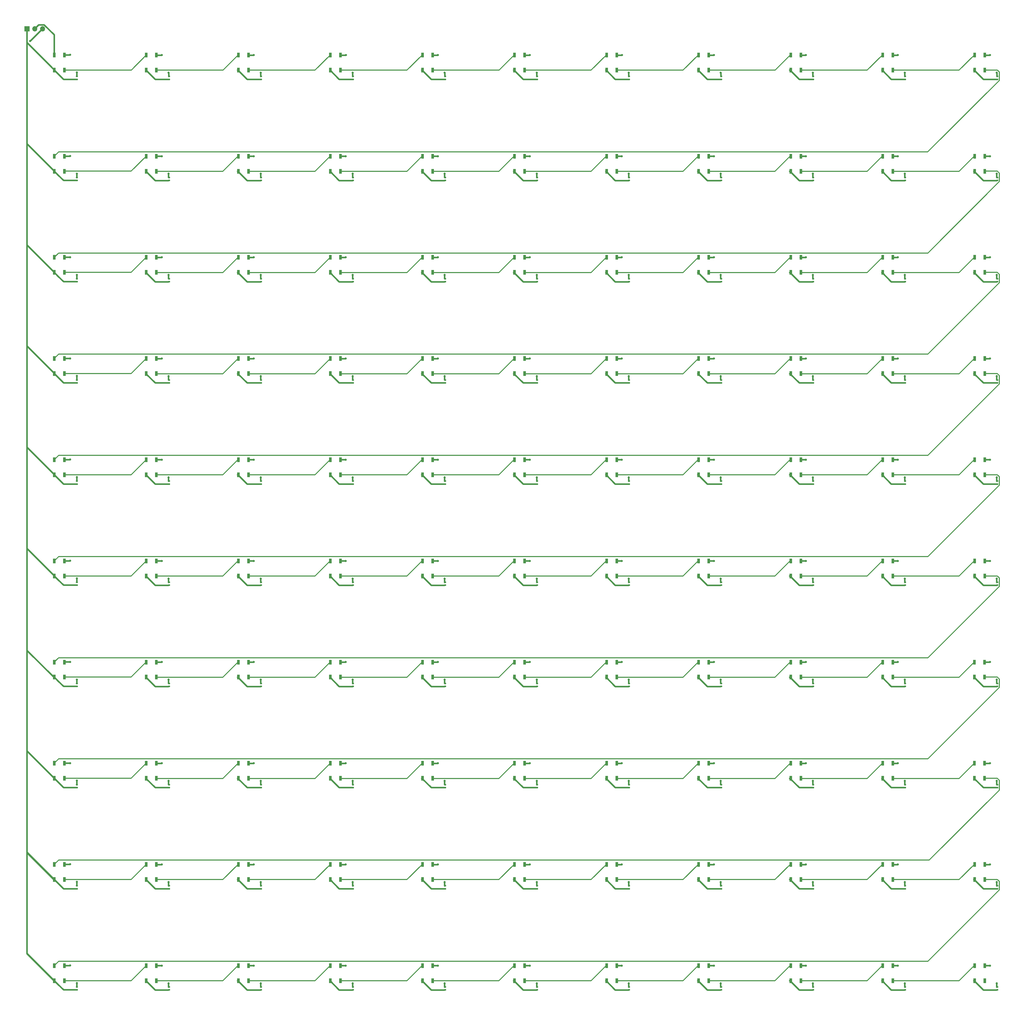
<source format=gbr>
G04 #@! TF.GenerationSoftware,KiCad,Pcbnew,8.0.2-8.0.2-0~ubuntu22.04.1*
G04 #@! TF.CreationDate,2024-05-18T22:12:29+02:00*
G04 #@! TF.ProjectId,qclock,71636c6f-636b-42e6-9b69-6361645f7063,rev?*
G04 #@! TF.SameCoordinates,Original*
G04 #@! TF.FileFunction,Copper,L1,Top*
G04 #@! TF.FilePolarity,Positive*
%FSLAX46Y46*%
G04 Gerber Fmt 4.6, Leading zero omitted, Abs format (unit mm)*
G04 Created by KiCad (PCBNEW 8.0.2-8.0.2-0~ubuntu22.04.1) date 2024-05-18 22:12:29*
%MOMM*%
%LPD*%
G01*
G04 APERTURE LIST*
G04 Aperture macros list*
%AMRoundRect*
0 Rectangle with rounded corners*
0 $1 Rounding radius*
0 $2 $3 $4 $5 $6 $7 $8 $9 X,Y pos of 4 corners*
0 Add a 4 corners polygon primitive as box body*
4,1,4,$2,$3,$4,$5,$6,$7,$8,$9,$2,$3,0*
0 Add four circle primitives for the rounded corners*
1,1,$1+$1,$2,$3*
1,1,$1+$1,$4,$5*
1,1,$1+$1,$6,$7*
1,1,$1+$1,$8,$9*
0 Add four rect primitives between the rounded corners*
20,1,$1+$1,$2,$3,$4,$5,0*
20,1,$1+$1,$4,$5,$6,$7,0*
20,1,$1+$1,$6,$7,$8,$9,0*
20,1,$1+$1,$8,$9,$2,$3,0*%
G04 Aperture macros list end*
G04 #@! TA.AperFunction,SMDPad,CuDef*
%ADD10R,0.900000X1.500000*%
G04 #@! TD*
G04 #@! TA.AperFunction,SMDPad,CuDef*
%ADD11RoundRect,0.140000X0.170000X-0.140000X0.170000X0.140000X-0.170000X0.140000X-0.170000X-0.140000X0*%
G04 #@! TD*
G04 #@! TA.AperFunction,ComponentPad*
%ADD12R,1.700000X1.700000*%
G04 #@! TD*
G04 #@! TA.AperFunction,ComponentPad*
%ADD13O,1.700000X1.700000*%
G04 #@! TD*
G04 #@! TA.AperFunction,ViaPad*
%ADD14C,0.700000*%
G04 #@! TD*
G04 #@! TA.AperFunction,Conductor*
%ADD15C,0.500000*%
G04 #@! TD*
G04 #@! TA.AperFunction,Conductor*
%ADD16C,0.300000*%
G04 #@! TD*
G04 APERTURE END LIST*
D10*
X360950000Y-66450000D03*
X364250000Y-66450000D03*
X364250000Y-61550000D03*
X360950000Y-61550000D03*
D11*
X338261625Y-102480000D03*
X338261625Y-101520000D03*
D10*
X150880000Y-165450000D03*
X154180000Y-165450000D03*
X154180000Y-160550000D03*
X150880000Y-160550000D03*
D11*
X368261625Y-69480000D03*
X368261625Y-68520000D03*
X158261625Y-135480000D03*
X158261625Y-134520000D03*
X248238375Y-366430000D03*
X248238375Y-365470000D03*
X158261625Y-267480000D03*
X158261625Y-266520000D03*
X128261625Y-201480000D03*
X128261625Y-200520000D03*
X218261625Y-333480000D03*
X218261625Y-332520000D03*
D10*
X180890000Y-231450000D03*
X184190000Y-231450000D03*
X184190000Y-226550000D03*
X180890000Y-226550000D03*
D11*
X368261625Y-201480000D03*
X368261625Y-200520000D03*
X338261625Y-333480000D03*
X338261625Y-332520000D03*
X98261625Y-234480000D03*
X98261625Y-233520000D03*
X308261625Y-168480000D03*
X308261625Y-167520000D03*
D10*
X150880000Y-99450000D03*
X154180000Y-99450000D03*
X154180000Y-94550000D03*
X150880000Y-94550000D03*
X300930000Y-165450000D03*
X304230000Y-165450000D03*
X304230000Y-160550000D03*
X300930000Y-160550000D03*
X90860000Y-66450000D03*
X94160000Y-66450000D03*
X94160000Y-61550000D03*
X90860000Y-61550000D03*
X330940000Y-264450000D03*
X334240000Y-264450000D03*
X334240000Y-259550000D03*
X330940000Y-259550000D03*
X60850000Y-198450000D03*
X64150000Y-198450000D03*
X64150000Y-193550000D03*
X60850000Y-193550000D03*
D11*
X368261625Y-300480000D03*
X368261625Y-299520000D03*
D10*
X120870000Y-264450000D03*
X124170000Y-264450000D03*
X124170000Y-259550000D03*
X120870000Y-259550000D03*
D11*
X338261625Y-135480000D03*
X338261625Y-134520000D03*
X338261625Y-168480000D03*
X338261625Y-167520000D03*
X308261625Y-333480000D03*
X308261625Y-332520000D03*
X278238375Y-366430000D03*
X278238375Y-365470000D03*
X368261625Y-102480000D03*
X368261625Y-101520000D03*
D10*
X180890000Y-66450000D03*
X184190000Y-66450000D03*
X184190000Y-61550000D03*
X180890000Y-61550000D03*
X240910000Y-264450000D03*
X244210000Y-264450000D03*
X244210000Y-259550000D03*
X240910000Y-259550000D03*
X270920000Y-264450000D03*
X274220000Y-264450000D03*
X274220000Y-259550000D03*
X270920000Y-259550000D03*
X90860000Y-330450000D03*
X94160000Y-330450000D03*
X94160000Y-325550000D03*
X90860000Y-325550000D03*
D11*
X338261625Y-201480000D03*
X338261625Y-200520000D03*
X278261625Y-201480000D03*
X278261625Y-200520000D03*
D10*
X210900000Y-165450000D03*
X214200000Y-165450000D03*
X214200000Y-160550000D03*
X210900000Y-160550000D03*
D11*
X68261625Y-168480000D03*
X68261625Y-167520000D03*
X308261625Y-201480000D03*
X308261625Y-200520000D03*
X248261625Y-267480000D03*
X248261625Y-266520000D03*
X128261625Y-333480000D03*
X128261625Y-332520000D03*
D10*
X210900000Y-330450000D03*
X214200000Y-330450000D03*
X214200000Y-325550000D03*
X210900000Y-325550000D03*
X210900000Y-264450000D03*
X214200000Y-264450000D03*
X214200000Y-259550000D03*
X210900000Y-259550000D03*
X360950000Y-99450000D03*
X364250000Y-99450000D03*
X364250000Y-94550000D03*
X360950000Y-94550000D03*
X360850000Y-297450000D03*
X364150000Y-297450000D03*
X364150000Y-292550000D03*
X360850000Y-292550000D03*
D11*
X98261625Y-69480000D03*
X98261625Y-68520000D03*
X308261625Y-102480000D03*
X308261625Y-101520000D03*
X218261625Y-201480000D03*
X218261625Y-200520000D03*
D10*
X60850000Y-99450000D03*
X64150000Y-99450000D03*
X64150000Y-94550000D03*
X60850000Y-94550000D03*
X120870000Y-66450000D03*
X124170000Y-66450000D03*
X124170000Y-61550000D03*
X120870000Y-61550000D03*
X210900000Y-363500000D03*
X214200000Y-363500000D03*
X214200000Y-358600000D03*
X210900000Y-358600000D03*
X90860000Y-297450000D03*
X94160000Y-297450000D03*
X94160000Y-292550000D03*
X90860000Y-292550000D03*
D11*
X248261625Y-69480000D03*
X248261625Y-68520000D03*
D10*
X180890000Y-297450000D03*
X184190000Y-297450000D03*
X184190000Y-292550000D03*
X180890000Y-292550000D03*
D11*
X68261625Y-300480000D03*
X68261625Y-299520000D03*
X98261625Y-135480000D03*
X98261625Y-134520000D03*
D10*
X240910000Y-99450000D03*
X244210000Y-99450000D03*
X244210000Y-94550000D03*
X240910000Y-94550000D03*
D11*
X218238375Y-366430000D03*
X218238375Y-365470000D03*
D10*
X300930000Y-330450000D03*
X304230000Y-330450000D03*
X304230000Y-325550000D03*
X300930000Y-325550000D03*
X150880000Y-132450000D03*
X154180000Y-132450000D03*
X154180000Y-127550000D03*
X150880000Y-127550000D03*
X240910000Y-330450000D03*
X244210000Y-330450000D03*
X244210000Y-325550000D03*
X240910000Y-325550000D03*
D11*
X338238375Y-366430000D03*
X338238375Y-365470000D03*
X278261625Y-300480000D03*
X278261625Y-299520000D03*
D10*
X300930000Y-264450000D03*
X304230000Y-264450000D03*
X304230000Y-259550000D03*
X300930000Y-259550000D03*
D11*
X188261625Y-333480000D03*
X188261625Y-332520000D03*
D10*
X150880000Y-264450000D03*
X154180000Y-264450000D03*
X154180000Y-259550000D03*
X150880000Y-259550000D03*
X120870000Y-198450000D03*
X124170000Y-198450000D03*
X124170000Y-193550000D03*
X120870000Y-193550000D03*
X120870000Y-231450000D03*
X124170000Y-231450000D03*
X124170000Y-226550000D03*
X120870000Y-226550000D03*
D11*
X98238375Y-366430000D03*
X98238375Y-365470000D03*
D10*
X270920000Y-198450000D03*
X274220000Y-198450000D03*
X274220000Y-193550000D03*
X270920000Y-193550000D03*
X360950000Y-132450000D03*
X364250000Y-132450000D03*
X364250000Y-127550000D03*
X360950000Y-127550000D03*
X150880000Y-297450000D03*
X154180000Y-297450000D03*
X154180000Y-292550000D03*
X150880000Y-292550000D03*
D11*
X98261625Y-267480000D03*
X98261625Y-266520000D03*
D10*
X270920000Y-297450000D03*
X274220000Y-297450000D03*
X274220000Y-292550000D03*
X270920000Y-292550000D03*
D11*
X368261625Y-234480000D03*
X368261625Y-233520000D03*
D10*
X300930000Y-297450000D03*
X304230000Y-297450000D03*
X304230000Y-292550000D03*
X300930000Y-292550000D03*
X150880000Y-330450000D03*
X154180000Y-330450000D03*
X154180000Y-325550000D03*
X150880000Y-325550000D03*
X330940000Y-330450000D03*
X334240000Y-330450000D03*
X334240000Y-325550000D03*
X330940000Y-325550000D03*
X240910000Y-363500000D03*
X244210000Y-363500000D03*
X244210000Y-358600000D03*
X240910000Y-358600000D03*
D11*
X218261625Y-135480000D03*
X218261625Y-134520000D03*
X308238375Y-366430000D03*
X308238375Y-365470000D03*
D10*
X360850000Y-264450000D03*
X364150000Y-264450000D03*
X364150000Y-259550000D03*
X360850000Y-259550000D03*
D11*
X188261625Y-102480000D03*
X188261625Y-101520000D03*
D10*
X60850000Y-297450000D03*
X64150000Y-297450000D03*
X64150000Y-292550000D03*
X60850000Y-292550000D03*
D11*
X308261625Y-267480000D03*
X308261625Y-266520000D03*
D10*
X150880000Y-198450000D03*
X154180000Y-198450000D03*
X154180000Y-193550000D03*
X150880000Y-193550000D03*
X360950000Y-330450000D03*
X364250000Y-330450000D03*
X364250000Y-325550000D03*
X360950000Y-325550000D03*
X300930000Y-198450000D03*
X304230000Y-198450000D03*
X304230000Y-193550000D03*
X300930000Y-193550000D03*
X240910000Y-66450000D03*
X244210000Y-66450000D03*
X244210000Y-61550000D03*
X240910000Y-61550000D03*
D11*
X158261625Y-69480000D03*
X158261625Y-68520000D03*
D10*
X120870000Y-363500000D03*
X124170000Y-363500000D03*
X124170000Y-358600000D03*
X120870000Y-358600000D03*
D11*
X368261625Y-333480000D03*
X368261625Y-332520000D03*
X248261625Y-135480000D03*
X248261625Y-134520000D03*
D10*
X240910000Y-165450000D03*
X244210000Y-165450000D03*
X244210000Y-160550000D03*
X240910000Y-160550000D03*
X210900000Y-297450000D03*
X214200000Y-297450000D03*
X214200000Y-292550000D03*
X210900000Y-292550000D03*
D11*
X248261625Y-234480000D03*
X248261625Y-233520000D03*
D10*
X60850000Y-264450000D03*
X64150000Y-264450000D03*
X64150000Y-259550000D03*
X60850000Y-259550000D03*
D11*
X158261625Y-168480000D03*
X158261625Y-167520000D03*
X128261625Y-168480000D03*
X128261625Y-167520000D03*
X218261625Y-234480000D03*
X218261625Y-233520000D03*
D10*
X300930000Y-99450000D03*
X304230000Y-99450000D03*
X304230000Y-94550000D03*
X300930000Y-94550000D03*
X90860000Y-165450000D03*
X94160000Y-165450000D03*
X94160000Y-160550000D03*
X90860000Y-160550000D03*
D11*
X128261625Y-102480000D03*
X128261625Y-101520000D03*
D10*
X300930000Y-132450000D03*
X304230000Y-132450000D03*
X304230000Y-127550000D03*
X300930000Y-127550000D03*
X180890000Y-264450000D03*
X184190000Y-264450000D03*
X184190000Y-259550000D03*
X180890000Y-259550000D03*
X210900000Y-231450000D03*
X214200000Y-231450000D03*
X214200000Y-226550000D03*
X210900000Y-226550000D03*
D11*
X248261625Y-102480000D03*
X248261625Y-101520000D03*
X158238375Y-366430000D03*
X158238375Y-365470000D03*
D10*
X60850000Y-165450000D03*
X64150000Y-165450000D03*
X64150000Y-160550000D03*
X60850000Y-160550000D03*
D11*
X278261625Y-135480000D03*
X278261625Y-134520000D03*
D10*
X270920000Y-330450000D03*
X274220000Y-330450000D03*
X274220000Y-325550000D03*
X270920000Y-325550000D03*
D11*
X188261625Y-168480000D03*
X188261625Y-167520000D03*
D10*
X60850000Y-330450000D03*
X64150000Y-330450000D03*
X64150000Y-325550000D03*
X60850000Y-325550000D03*
X300930000Y-363500000D03*
X304230000Y-363500000D03*
X304230000Y-358600000D03*
X300930000Y-358600000D03*
D11*
X68261625Y-267480000D03*
X68261625Y-266520000D03*
D10*
X120870000Y-132450000D03*
X124170000Y-132450000D03*
X124170000Y-127550000D03*
X120870000Y-127550000D03*
D11*
X278261625Y-168480000D03*
X278261625Y-167520000D03*
X68261625Y-102480000D03*
X68261625Y-101520000D03*
X308261625Y-135480000D03*
X308261625Y-134520000D03*
D10*
X360950000Y-165450000D03*
X364250000Y-165450000D03*
X364250000Y-160550000D03*
X360950000Y-160550000D03*
X90860000Y-99450000D03*
X94160000Y-99450000D03*
X94160000Y-94550000D03*
X90860000Y-94550000D03*
X180890000Y-165450000D03*
X184190000Y-165450000D03*
X184190000Y-160550000D03*
X180890000Y-160550000D03*
D11*
X188261625Y-267480000D03*
X188261625Y-266520000D03*
D10*
X120870000Y-165450000D03*
X124170000Y-165450000D03*
X124170000Y-160550000D03*
X120870000Y-160550000D03*
D11*
X128261625Y-267480000D03*
X128261625Y-266520000D03*
X128261625Y-135480000D03*
X128261625Y-134520000D03*
D10*
X330940000Y-165450000D03*
X334240000Y-165450000D03*
X334240000Y-160550000D03*
X330940000Y-160550000D03*
D11*
X368261625Y-168480000D03*
X368261625Y-167520000D03*
X68261625Y-333480000D03*
X68261625Y-332520000D03*
X68261625Y-234480000D03*
X68261625Y-233520000D03*
D10*
X210900000Y-132450000D03*
X214200000Y-132450000D03*
X214200000Y-127550000D03*
X210900000Y-127550000D03*
X180890000Y-132450000D03*
X184190000Y-132450000D03*
X184190000Y-127550000D03*
X180890000Y-127550000D03*
X150880000Y-363500000D03*
X154180000Y-363500000D03*
X154180000Y-358600000D03*
X150880000Y-358600000D03*
D11*
X128238375Y-366430000D03*
X128238375Y-365470000D03*
D10*
X300930000Y-66450000D03*
X304230000Y-66450000D03*
X304230000Y-61550000D03*
X300930000Y-61550000D03*
D11*
X158261625Y-234480000D03*
X158261625Y-233520000D03*
X68238375Y-366430000D03*
X68238375Y-365470000D03*
D10*
X60850000Y-132450000D03*
X64150000Y-132450000D03*
X64150000Y-127550000D03*
X60850000Y-127550000D03*
X270920000Y-165450000D03*
X274220000Y-165450000D03*
X274220000Y-160550000D03*
X270920000Y-160550000D03*
D11*
X98261625Y-300480000D03*
X98261625Y-299520000D03*
X368261625Y-267480000D03*
X368261625Y-266520000D03*
X68261625Y-135480000D03*
X68261625Y-134520000D03*
X278261625Y-69480000D03*
X278261625Y-68520000D03*
D10*
X90860000Y-198450000D03*
X94160000Y-198450000D03*
X94160000Y-193550000D03*
X90860000Y-193550000D03*
D11*
X278261625Y-102480000D03*
X278261625Y-101520000D03*
X128261625Y-300480000D03*
X128261625Y-299520000D03*
D10*
X300930000Y-231450000D03*
X304230000Y-231450000D03*
X304230000Y-226550000D03*
X300930000Y-226550000D03*
X270920000Y-132450000D03*
X274220000Y-132450000D03*
X274220000Y-127550000D03*
X270920000Y-127550000D03*
X240910000Y-132450000D03*
X244210000Y-132450000D03*
X244210000Y-127550000D03*
X240910000Y-127550000D03*
X90860000Y-231450000D03*
X94160000Y-231450000D03*
X94160000Y-226550000D03*
X90860000Y-226550000D03*
X90860000Y-132450000D03*
X94160000Y-132450000D03*
X94160000Y-127550000D03*
X90860000Y-127550000D03*
X150880000Y-231450000D03*
X154180000Y-231450000D03*
X154180000Y-226550000D03*
X150880000Y-226550000D03*
D11*
X278261625Y-333480000D03*
X278261625Y-332520000D03*
D10*
X240910000Y-198450000D03*
X244210000Y-198450000D03*
X244210000Y-193550000D03*
X240910000Y-193550000D03*
X210900000Y-66450000D03*
X214200000Y-66450000D03*
X214200000Y-61550000D03*
X210900000Y-61550000D03*
X360950000Y-363500000D03*
X364250000Y-363500000D03*
X364250000Y-358600000D03*
X360950000Y-358600000D03*
X330940000Y-363500000D03*
X334240000Y-363500000D03*
X334240000Y-358600000D03*
X330940000Y-358600000D03*
D11*
X338261625Y-300480000D03*
X338261625Y-299520000D03*
X98261625Y-168480000D03*
X98261625Y-167520000D03*
D10*
X120870000Y-330450000D03*
X124170000Y-330450000D03*
X124170000Y-325550000D03*
X120870000Y-325550000D03*
X90860000Y-264450000D03*
X94160000Y-264450000D03*
X94160000Y-259550000D03*
X90860000Y-259550000D03*
D11*
X308261625Y-300480000D03*
X308261625Y-299520000D03*
X158261625Y-201480000D03*
X158261625Y-200520000D03*
D10*
X330940000Y-231450000D03*
X334240000Y-231450000D03*
X334240000Y-226550000D03*
X330940000Y-226550000D03*
D11*
X98261625Y-201480000D03*
X98261625Y-200520000D03*
D10*
X360950000Y-231450000D03*
X364250000Y-231450000D03*
X364250000Y-226550000D03*
X360950000Y-226550000D03*
X330940000Y-297450000D03*
X334240000Y-297450000D03*
X334240000Y-292550000D03*
X330940000Y-292550000D03*
D11*
X338261625Y-267480000D03*
X338261625Y-266520000D03*
D10*
X210900000Y-198450000D03*
X214200000Y-198450000D03*
X214200000Y-193550000D03*
X210900000Y-193550000D03*
X330940000Y-99450000D03*
X334240000Y-99450000D03*
X334240000Y-94550000D03*
X330940000Y-94550000D03*
D11*
X188261625Y-300480000D03*
X188261625Y-299520000D03*
X68261625Y-69480000D03*
X68261625Y-68520000D03*
X158261625Y-300480000D03*
X158261625Y-299520000D03*
X218261625Y-168480000D03*
X218261625Y-167520000D03*
X188261625Y-69480000D03*
X188261625Y-68520000D03*
X368238375Y-366430000D03*
X368238375Y-365470000D03*
X368261625Y-135480000D03*
X368261625Y-134520000D03*
D10*
X60850000Y-66450000D03*
X64150000Y-66450000D03*
X64150000Y-61550000D03*
X60850000Y-61550000D03*
D11*
X278261625Y-267480000D03*
X278261625Y-266520000D03*
D10*
X270920000Y-231450000D03*
X274220000Y-231450000D03*
X274220000Y-226550000D03*
X270920000Y-226550000D03*
X270920000Y-363500000D03*
X274220000Y-363500000D03*
X274220000Y-358600000D03*
X270920000Y-358600000D03*
D11*
X248261625Y-168480000D03*
X248261625Y-167520000D03*
D10*
X360950000Y-198450000D03*
X364250000Y-198450000D03*
X364250000Y-193550000D03*
X360950000Y-193550000D03*
X180890000Y-330450000D03*
X184190000Y-330450000D03*
X184190000Y-325550000D03*
X180890000Y-325550000D03*
D11*
X308261625Y-69480000D03*
X308261625Y-68520000D03*
D10*
X270920000Y-99450000D03*
X274220000Y-99450000D03*
X274220000Y-94550000D03*
X270920000Y-94550000D03*
D11*
X338261625Y-69480000D03*
X338261625Y-68520000D03*
D10*
X150880000Y-66450000D03*
X154180000Y-66450000D03*
X154180000Y-61550000D03*
X150880000Y-61550000D03*
X330940000Y-132450000D03*
X334240000Y-132450000D03*
X334240000Y-127550000D03*
X330940000Y-127550000D03*
X270920000Y-66450000D03*
X274220000Y-66450000D03*
X274220000Y-61550000D03*
X270920000Y-61550000D03*
D11*
X98261625Y-102480000D03*
X98261625Y-101520000D03*
X188261625Y-201480000D03*
X188261625Y-200520000D03*
D10*
X330940000Y-198450000D03*
X334240000Y-198450000D03*
X334240000Y-193550000D03*
X330940000Y-193550000D03*
D11*
X338261625Y-234480000D03*
X338261625Y-233520000D03*
X158261625Y-333480000D03*
X158261625Y-332520000D03*
X218261625Y-102480000D03*
X218261625Y-101520000D03*
D10*
X210900000Y-99450000D03*
X214200000Y-99450000D03*
X214200000Y-94550000D03*
X210900000Y-94550000D03*
D11*
X128261625Y-234480000D03*
X128261625Y-233520000D03*
X248261625Y-201480000D03*
X248261625Y-200520000D03*
D10*
X330940000Y-66450000D03*
X334240000Y-66450000D03*
X334240000Y-61550000D03*
X330940000Y-61550000D03*
X240910000Y-297450000D03*
X244210000Y-297450000D03*
X244210000Y-292550000D03*
X240910000Y-292550000D03*
D11*
X188261625Y-234480000D03*
X188261625Y-233520000D03*
D10*
X240910000Y-231450000D03*
X244210000Y-231450000D03*
X244210000Y-226550000D03*
X240910000Y-226550000D03*
D11*
X188261625Y-135480000D03*
X188261625Y-134520000D03*
X278261625Y-234480000D03*
X278261625Y-233520000D03*
X68261625Y-201480000D03*
X68261625Y-200520000D03*
D10*
X180890000Y-363500000D03*
X184190000Y-363500000D03*
X184190000Y-358600000D03*
X180890000Y-358600000D03*
D11*
X188238375Y-366430000D03*
X188238375Y-365470000D03*
D10*
X90860000Y-363500000D03*
X94160000Y-363500000D03*
X94160000Y-358600000D03*
X90860000Y-358600000D03*
D11*
X128261625Y-69480000D03*
X128261625Y-68520000D03*
D10*
X120870000Y-297450000D03*
X124170000Y-297450000D03*
X124170000Y-292550000D03*
X120870000Y-292550000D03*
D11*
X158261625Y-102480000D03*
X158261625Y-101520000D03*
X248261625Y-333480000D03*
X248261625Y-332520000D03*
D10*
X120870000Y-99450000D03*
X124170000Y-99450000D03*
X124170000Y-94550000D03*
X120870000Y-94550000D03*
X60850000Y-231450000D03*
X64150000Y-231450000D03*
X64150000Y-226550000D03*
X60850000Y-226550000D03*
X180890000Y-99450000D03*
X184190000Y-99450000D03*
X184190000Y-94550000D03*
X180890000Y-94550000D03*
D11*
X248261625Y-300480000D03*
X248261625Y-299520000D03*
X308261625Y-234480000D03*
X308261625Y-233520000D03*
X218261625Y-267480000D03*
X218261625Y-266520000D03*
X98261625Y-333480000D03*
X98261625Y-332520000D03*
X218261625Y-69480000D03*
X218261625Y-68520000D03*
D10*
X60850000Y-363500000D03*
X64150000Y-363500000D03*
X64150000Y-358600000D03*
X60850000Y-358600000D03*
X180890000Y-198450000D03*
X184190000Y-198450000D03*
X184190000Y-193550000D03*
X180890000Y-193550000D03*
D11*
X218261625Y-300480000D03*
X218261625Y-299520000D03*
D12*
X51960000Y-53000000D03*
D13*
X54500000Y-53000000D03*
X57040000Y-53000000D03*
D14*
X98133375Y-364288375D03*
X335883375Y-160538375D03*
X125883375Y-259538375D03*
X125883375Y-226538375D03*
X68238375Y-232238375D03*
X95883375Y-127538375D03*
X95883375Y-226538375D03*
X188145000Y-67300000D03*
X368133375Y-364288375D03*
X365883375Y-127538375D03*
X65988375Y-226488375D03*
X155883375Y-292538375D03*
X305883375Y-226538375D03*
X308133375Y-232288375D03*
X338133375Y-232288375D03*
X68238375Y-265238375D03*
X158133375Y-364288375D03*
X245895000Y-61550000D03*
X248133375Y-133288375D03*
X95883375Y-94538375D03*
X185883375Y-259538375D03*
X155883375Y-160538375D03*
X95883375Y-259538375D03*
X248133375Y-166288375D03*
X158133375Y-166288375D03*
X98133375Y-232288375D03*
X125895000Y-61550000D03*
X155883375Y-358538375D03*
X245883375Y-226538375D03*
X215895000Y-61550000D03*
X155883375Y-193538375D03*
X98133375Y-265288375D03*
X248133375Y-298288375D03*
X245883375Y-325538375D03*
X308133375Y-298288375D03*
X365883375Y-160538375D03*
X245883375Y-292538375D03*
X125883375Y-292538375D03*
X155883375Y-94538375D03*
X128133375Y-100288375D03*
X308133375Y-364288375D03*
X158133375Y-199288375D03*
X365883375Y-226538375D03*
X98133375Y-166288375D03*
X95895000Y-61550000D03*
X188133375Y-298288375D03*
X125883375Y-358538375D03*
X218133375Y-199288375D03*
X338133375Y-100288375D03*
X368145000Y-67300000D03*
X65988375Y-259488375D03*
X68238375Y-133238375D03*
X185883375Y-94538375D03*
X218133375Y-100288375D03*
X338133375Y-364288375D03*
X155883375Y-325538375D03*
X275883375Y-127538375D03*
X68238375Y-199238375D03*
X218133375Y-364288375D03*
X248133375Y-232288375D03*
X128145000Y-67300000D03*
X248145000Y-67300000D03*
X308133375Y-199288375D03*
X248133375Y-199288375D03*
X218133375Y-298288375D03*
X218133375Y-166288375D03*
X308133375Y-265288375D03*
X215883375Y-127538375D03*
X65988375Y-193488375D03*
X185883375Y-325538375D03*
X215883375Y-325538375D03*
X128133375Y-232288375D03*
X275883375Y-325538375D03*
X308145000Y-67300000D03*
X158133375Y-265288375D03*
X365883375Y-325538375D03*
X338145000Y-67300000D03*
X98133375Y-298288375D03*
X308133375Y-166288375D03*
X278133375Y-364288375D03*
X95883375Y-193538375D03*
X305883375Y-292538375D03*
X275883375Y-193538375D03*
X65988375Y-358488375D03*
X95883375Y-160538375D03*
X68238375Y-331238375D03*
X218133375Y-265288375D03*
X98133375Y-100288375D03*
X65988375Y-160488375D03*
X128133375Y-298288375D03*
X338133375Y-298288375D03*
X245883375Y-259538375D03*
X215883375Y-193538375D03*
X278133375Y-331288375D03*
X188133375Y-166288375D03*
X248133375Y-100288375D03*
X305883375Y-358538375D03*
X335883375Y-259538375D03*
X275883375Y-160538375D03*
X188133375Y-364288375D03*
X188133375Y-331288375D03*
X188133375Y-133288375D03*
X185883375Y-358538375D03*
X305883375Y-94538375D03*
X155883375Y-259538375D03*
X215883375Y-259538375D03*
X275883375Y-259538375D03*
X68238375Y-364238375D03*
X218133375Y-232288375D03*
X188133375Y-199288375D03*
X128133375Y-265288375D03*
X368133375Y-298288375D03*
X275895000Y-61550000D03*
X278145000Y-67300000D03*
X368133375Y-331288375D03*
X368133375Y-265288375D03*
X158133375Y-298288375D03*
X158133375Y-100288375D03*
X128133375Y-364288375D03*
X245883375Y-193538375D03*
X308133375Y-133288375D03*
X128133375Y-166288375D03*
X185883375Y-226538375D03*
X65988375Y-127488375D03*
X278133375Y-298288375D03*
X215883375Y-160538375D03*
X218133375Y-133288375D03*
X155895000Y-61550000D03*
X68238375Y-166238375D03*
X275883375Y-358538375D03*
X128133375Y-199288375D03*
X95883375Y-358538375D03*
X158133375Y-133288375D03*
X305883375Y-193538375D03*
X365883375Y-259538375D03*
X368133375Y-166288375D03*
X245883375Y-127538375D03*
X125883375Y-127538375D03*
X338133375Y-199288375D03*
X65988375Y-292488375D03*
X305883375Y-325538375D03*
X185883375Y-292538375D03*
X98133375Y-331288375D03*
X338133375Y-331288375D03*
X65988375Y-325488375D03*
X365883375Y-94538375D03*
X248133375Y-331288375D03*
X275883375Y-94538375D03*
X305883375Y-259538375D03*
X338133375Y-166288375D03*
X278133375Y-100288375D03*
X278133375Y-232288375D03*
X158133375Y-331288375D03*
X248133375Y-265288375D03*
X278133375Y-199288375D03*
X125883375Y-193538375D03*
X188133375Y-100288375D03*
X245883375Y-94538375D03*
X215883375Y-94538375D03*
X128133375Y-133288375D03*
X275883375Y-226538375D03*
X278133375Y-265288375D03*
X335883375Y-226538375D03*
X188133375Y-265288375D03*
X185883375Y-193538375D03*
X365883375Y-292538375D03*
X245883375Y-160538375D03*
X68238375Y-100238375D03*
X278133375Y-133288375D03*
X95883375Y-292538375D03*
X335883375Y-358538375D03*
X335883375Y-292538375D03*
X335895000Y-61550000D03*
X248133375Y-364288375D03*
X218133375Y-331288375D03*
X278133375Y-166288375D03*
X365883375Y-193538375D03*
X155883375Y-226538375D03*
X188133375Y-232288375D03*
X125883375Y-160538375D03*
X338133375Y-265288375D03*
X305883375Y-127538375D03*
X128133375Y-331288375D03*
X98133375Y-199288375D03*
X305895000Y-61550000D03*
X338133375Y-133288375D03*
X185883375Y-127538375D03*
X368133375Y-232288375D03*
X335883375Y-193538375D03*
X98133375Y-133288375D03*
X185883375Y-160538375D03*
X68238375Y-298238375D03*
X125883375Y-325538375D03*
X95883375Y-325538375D03*
X65988375Y-94488375D03*
X308133375Y-331288375D03*
X275883375Y-292538375D03*
X158133375Y-232288375D03*
X335883375Y-94538375D03*
X53000000Y-57000000D03*
X365883375Y-358538375D03*
X218145000Y-67300000D03*
X368133375Y-100288375D03*
X66000000Y-61500000D03*
X335883375Y-325538375D03*
X308133375Y-100288375D03*
X305883375Y-160538375D03*
X215883375Y-358538375D03*
X158145000Y-67300000D03*
X185895000Y-61550000D03*
X215883375Y-226538375D03*
X335883375Y-127538375D03*
X155883375Y-127538375D03*
X125883375Y-94538375D03*
X368133375Y-133288375D03*
X245883375Y-358538375D03*
X365895000Y-61550000D03*
X68250000Y-67250000D03*
X98145000Y-67300000D03*
X368133375Y-199288375D03*
X215883375Y-292538375D03*
X150733375Y-165488375D03*
X360733375Y-165488375D03*
X240733375Y-132488375D03*
X360733375Y-99488375D03*
X240733375Y-330488375D03*
X180733375Y-165488375D03*
X120733375Y-264488375D03*
X90733375Y-297488375D03*
X330733375Y-198488375D03*
X150733375Y-330488375D03*
X330733375Y-264488375D03*
X360733375Y-363488375D03*
X300733375Y-297488375D03*
X360733375Y-264488375D03*
X240733375Y-363488375D03*
X60850000Y-66450000D03*
X240733375Y-99488375D03*
X330733375Y-231488375D03*
X60838375Y-264438375D03*
X180733375Y-297488375D03*
X150745000Y-66500000D03*
X90733375Y-231488375D03*
X300733375Y-264488375D03*
X90733375Y-330488375D03*
X210733375Y-363488375D03*
X90733375Y-363488375D03*
X300733375Y-198488375D03*
X150733375Y-198488375D03*
X270733375Y-330488375D03*
X90733375Y-165488375D03*
X150733375Y-297488375D03*
X90733375Y-264488375D03*
X90733375Y-198488375D03*
X240733375Y-264488375D03*
X360733375Y-297488375D03*
X180733375Y-264488375D03*
X270733375Y-231488375D03*
X300733375Y-99488375D03*
X180733375Y-330488375D03*
X90733375Y-99488375D03*
X150733375Y-231488375D03*
X150733375Y-99488375D03*
X270733375Y-198488375D03*
X210733375Y-330488375D03*
X300733375Y-165488375D03*
X60838375Y-99438375D03*
X120733375Y-165488375D03*
X240745000Y-66500000D03*
X150733375Y-264488375D03*
X180733375Y-99488375D03*
X180733375Y-231488375D03*
X330733375Y-165488375D03*
X120733375Y-231488375D03*
X300733375Y-231488375D03*
X360733375Y-132488375D03*
X60838375Y-165438375D03*
X300733375Y-132488375D03*
X270733375Y-297488375D03*
X270733375Y-132488375D03*
X60838375Y-132438375D03*
X330733375Y-363488375D03*
X240733375Y-297488375D03*
X210733375Y-99488375D03*
X240733375Y-231488375D03*
X240733375Y-165488375D03*
X60838375Y-231438375D03*
X300745000Y-66500000D03*
X330733375Y-99488375D03*
X90733375Y-132488375D03*
X180733375Y-363488375D03*
X270733375Y-99488375D03*
X210733375Y-165488375D03*
X210745000Y-66500000D03*
X60838375Y-198438375D03*
X240733375Y-198488375D03*
X180733375Y-132488375D03*
X120733375Y-198488375D03*
X120733375Y-99488375D03*
X330745000Y-66500000D03*
X120733375Y-297488375D03*
X270733375Y-264488375D03*
X270745000Y-66500000D03*
X330733375Y-132488375D03*
X300733375Y-363488375D03*
X180733375Y-198488375D03*
X60838375Y-297438375D03*
X210733375Y-264488375D03*
X60838375Y-330438375D03*
X150733375Y-363488375D03*
X270733375Y-363488375D03*
X360733375Y-231488375D03*
X150733375Y-132488375D03*
X360745000Y-66500000D03*
X180745000Y-66500000D03*
X210733375Y-198488375D03*
X300733375Y-330488375D03*
X60838375Y-363438375D03*
X270733375Y-165488375D03*
X360733375Y-330488375D03*
X330733375Y-330488375D03*
X210733375Y-297488375D03*
X120733375Y-132488375D03*
X120733375Y-363488375D03*
X360733375Y-198488375D03*
X330733375Y-297488375D03*
X120733375Y-330488375D03*
X120745000Y-66500000D03*
X210733375Y-231488375D03*
X90745000Y-66500000D03*
X210733375Y-132488375D03*
D15*
X98145000Y-299558375D02*
X98145000Y-298300000D01*
X244033375Y-292588375D02*
X245833375Y-292588375D01*
X308145000Y-233558375D02*
X308145000Y-232300000D01*
X154033375Y-193588375D02*
X155833375Y-193588375D01*
X68250000Y-133250000D02*
X68238375Y-133238375D01*
X368145000Y-101558375D02*
X368145000Y-100300000D01*
X335845000Y-61600000D02*
X335895000Y-61550000D01*
X244033375Y-127588375D02*
X245833375Y-127588375D01*
X218145000Y-166300000D02*
X218133375Y-166288375D01*
X154033375Y-94588375D02*
X155833375Y-94588375D01*
X128145000Y-364300000D02*
X128133375Y-364288375D01*
X68250000Y-199250000D02*
X68238375Y-199238375D01*
X365833375Y-94588375D02*
X365883375Y-94538375D01*
X53040000Y-57000000D02*
X53000000Y-57000000D01*
X154045000Y-61600000D02*
X155845000Y-61600000D01*
X188145000Y-166300000D02*
X188133375Y-166288375D01*
X334033375Y-292588375D02*
X335833375Y-292588375D01*
X158156625Y-68570000D02*
X158156625Y-67311625D01*
X338145000Y-365558375D02*
X338145000Y-364300000D01*
X305833375Y-160588375D02*
X305883375Y-160538375D01*
X214033375Y-292588375D02*
X215833375Y-292588375D01*
X158145000Y-265300000D02*
X158133375Y-265288375D01*
X185833375Y-325588375D02*
X185883375Y-325538375D01*
X98145000Y-233558375D02*
X98145000Y-232300000D01*
X184045000Y-61600000D02*
X185845000Y-61600000D01*
X338145000Y-133300000D02*
X338133375Y-133288375D01*
X274033375Y-160588375D02*
X275833375Y-160588375D01*
X65938375Y-292538375D02*
X65988375Y-292488375D01*
X64150000Y-61550000D02*
X65950000Y-61550000D01*
X244033375Y-259588375D02*
X245833375Y-259588375D01*
X338145000Y-200558375D02*
X338145000Y-199300000D01*
X158145000Y-166300000D02*
X158133375Y-166288375D01*
X185833375Y-193588375D02*
X185883375Y-193538375D01*
X188145000Y-232300000D02*
X188133375Y-232288375D01*
X338145000Y-166300000D02*
X338133375Y-166288375D01*
X278145000Y-365558375D02*
X278145000Y-364300000D01*
X94033375Y-127588375D02*
X95833375Y-127588375D01*
X158145000Y-232300000D02*
X158133375Y-232288375D01*
X335833375Y-127588375D02*
X335883375Y-127538375D01*
X65938375Y-160538375D02*
X65988375Y-160488375D01*
X215833375Y-94588375D02*
X215883375Y-94538375D01*
X95845000Y-61600000D02*
X95895000Y-61550000D01*
X184033375Y-226588375D02*
X185833375Y-226588375D01*
X188145000Y-199300000D02*
X188133375Y-199288375D01*
X125833375Y-160588375D02*
X125883375Y-160538375D01*
X278145000Y-331300000D02*
X278133375Y-331288375D01*
X128145000Y-167558375D02*
X128145000Y-166300000D01*
X304033375Y-127588375D02*
X305833375Y-127588375D01*
X248145000Y-233558375D02*
X248145000Y-232300000D01*
X335833375Y-94588375D02*
X335883375Y-94538375D01*
X214033375Y-358588375D02*
X215833375Y-358588375D01*
X94033375Y-325588375D02*
X95833375Y-325588375D01*
X185845000Y-61600000D02*
X185895000Y-61550000D01*
X155833375Y-358588375D02*
X155883375Y-358538375D01*
X64138375Y-358538375D02*
X65938375Y-358538375D01*
X368145000Y-199300000D02*
X368133375Y-199288375D01*
X94033375Y-160588375D02*
X95833375Y-160588375D01*
X278145000Y-200558375D02*
X278145000Y-199300000D01*
X248145000Y-365558375D02*
X248145000Y-364300000D01*
X218145000Y-167558375D02*
X218145000Y-166300000D01*
X218156625Y-67311625D02*
X218145000Y-67300000D01*
X188145000Y-134558375D02*
X188145000Y-133300000D01*
X338145000Y-331300000D02*
X338133375Y-331288375D01*
X368145000Y-100300000D02*
X368133375Y-100288375D01*
X98145000Y-331300000D02*
X98133375Y-331288375D01*
X218145000Y-101558375D02*
X218145000Y-100300000D01*
X334045000Y-61600000D02*
X335845000Y-61600000D01*
X364033375Y-358588375D02*
X365833375Y-358588375D01*
X188145000Y-298300000D02*
X188133375Y-298288375D01*
X368145000Y-167558375D02*
X368145000Y-166300000D01*
X94033375Y-358588375D02*
X95833375Y-358588375D01*
X338145000Y-298300000D02*
X338133375Y-298288375D01*
X335833375Y-226588375D02*
X335883375Y-226538375D01*
X188145000Y-200558375D02*
X188145000Y-199300000D01*
X158145000Y-298300000D02*
X158133375Y-298288375D01*
X244033375Y-325588375D02*
X245833375Y-325588375D01*
X94033375Y-226588375D02*
X95833375Y-226588375D01*
X305833375Y-325588375D02*
X305883375Y-325538375D01*
X368145000Y-299558375D02*
X368145000Y-298300000D01*
X244033375Y-94588375D02*
X245833375Y-94588375D01*
X308145000Y-331300000D02*
X308133375Y-331288375D01*
X245833375Y-259588375D02*
X245883375Y-259538375D01*
X185833375Y-292588375D02*
X185883375Y-292538375D01*
X154033375Y-127588375D02*
X155833375Y-127588375D01*
X274033375Y-94588375D02*
X275833375Y-94588375D01*
X125833375Y-193588375D02*
X125883375Y-193538375D01*
X184033375Y-160588375D02*
X185833375Y-160588375D01*
X305833375Y-94588375D02*
X305883375Y-94538375D01*
X128145000Y-233558375D02*
X128145000Y-232300000D01*
X368145000Y-166300000D02*
X368133375Y-166288375D01*
X335833375Y-193588375D02*
X335883375Y-193538375D01*
X365845000Y-61600000D02*
X365895000Y-61550000D01*
X334033375Y-259588375D02*
X335833375Y-259588375D01*
X215845000Y-61600000D02*
X215895000Y-61550000D01*
X65938375Y-127538375D02*
X65988375Y-127488375D01*
X248156625Y-67311625D02*
X248145000Y-67300000D01*
X158145000Y-299558375D02*
X158145000Y-298300000D01*
X128145000Y-100300000D02*
X128133375Y-100288375D01*
X95833375Y-226588375D02*
X95883375Y-226538375D01*
X365833375Y-358588375D02*
X365883375Y-358538375D01*
X305833375Y-193588375D02*
X305883375Y-193538375D01*
X154033375Y-325588375D02*
X155833375Y-325588375D01*
X218145000Y-299558375D02*
X218145000Y-298300000D01*
X304033375Y-292588375D02*
X305833375Y-292588375D01*
X188145000Y-365558375D02*
X188145000Y-364300000D01*
X278145000Y-133300000D02*
X278133375Y-133288375D01*
X274033375Y-259588375D02*
X275833375Y-259588375D01*
X68250000Y-134508375D02*
X68250000Y-133250000D01*
X124033375Y-325588375D02*
X125833375Y-325588375D01*
X214033375Y-325588375D02*
X215833375Y-325588375D01*
X65938375Y-358538375D02*
X65988375Y-358488375D01*
X278156625Y-67311625D02*
X278145000Y-67300000D01*
X124033375Y-292588375D02*
X125833375Y-292588375D01*
X275833375Y-193588375D02*
X275883375Y-193538375D01*
X68261625Y-68520000D02*
X68261625Y-67261625D01*
X214033375Y-127588375D02*
X215833375Y-127588375D01*
X64138375Y-325538375D02*
X65938375Y-325538375D01*
X305833375Y-259588375D02*
X305883375Y-259538375D01*
X218145000Y-134558375D02*
X218145000Y-133300000D01*
X218145000Y-266558375D02*
X218145000Y-265300000D01*
X185833375Y-226588375D02*
X185883375Y-226538375D01*
X245833375Y-94588375D02*
X245883375Y-94538375D01*
X308145000Y-298300000D02*
X308133375Y-298288375D01*
X188145000Y-101558375D02*
X188145000Y-100300000D01*
X128145000Y-299558375D02*
X128145000Y-298300000D01*
X274033375Y-127588375D02*
X275833375Y-127588375D01*
X214033375Y-160588375D02*
X215833375Y-160588375D01*
X95833375Y-259588375D02*
X95883375Y-259538375D01*
X215833375Y-193588375D02*
X215883375Y-193538375D01*
X188145000Y-133300000D02*
X188133375Y-133288375D01*
X155833375Y-325588375D02*
X155883375Y-325538375D01*
X125833375Y-226588375D02*
X125883375Y-226538375D01*
X338145000Y-232300000D02*
X338133375Y-232288375D01*
X368145000Y-332558375D02*
X368145000Y-331300000D01*
X98156625Y-67311625D02*
X98145000Y-67300000D01*
X125845000Y-61600000D02*
X125895000Y-61550000D01*
X124033375Y-226588375D02*
X125833375Y-226588375D01*
X94033375Y-94588375D02*
X95833375Y-94588375D01*
X218145000Y-332558375D02*
X218145000Y-331300000D01*
X335833375Y-259588375D02*
X335883375Y-259538375D01*
X158145000Y-101558375D02*
X158145000Y-100300000D01*
X278145000Y-266558375D02*
X278145000Y-265300000D01*
X275845000Y-61600000D02*
X275895000Y-61550000D01*
X68250000Y-365508375D02*
X68250000Y-364250000D01*
X368145000Y-200558375D02*
X368145000Y-199300000D01*
X248145000Y-101558375D02*
X248145000Y-100300000D01*
X218145000Y-233558375D02*
X218145000Y-232300000D01*
X305845000Y-61600000D02*
X305895000Y-61550000D01*
X305833375Y-358588375D02*
X305883375Y-358538375D01*
X155833375Y-160588375D02*
X155883375Y-160538375D01*
X308145000Y-134558375D02*
X308145000Y-133300000D01*
X368156625Y-67311625D02*
X368145000Y-67300000D01*
X245833375Y-325588375D02*
X245883375Y-325538375D01*
X94033375Y-292588375D02*
X95833375Y-292588375D01*
X304033375Y-259588375D02*
X305833375Y-259588375D01*
X248145000Y-166300000D02*
X248133375Y-166288375D01*
X98145000Y-364300000D02*
X98133375Y-364288375D01*
X65938375Y-193538375D02*
X65988375Y-193488375D01*
X368145000Y-232300000D02*
X368133375Y-232288375D01*
X68261625Y-67261625D02*
X68250000Y-67250000D01*
X248145000Y-100300000D02*
X248133375Y-100288375D01*
X368145000Y-233558375D02*
X368145000Y-232300000D01*
X274033375Y-358588375D02*
X275833375Y-358588375D01*
X98145000Y-101558375D02*
X98145000Y-100300000D01*
X214045000Y-61600000D02*
X215845000Y-61600000D01*
X184033375Y-259588375D02*
X185833375Y-259588375D01*
X218145000Y-365558375D02*
X218145000Y-364300000D01*
X65938375Y-325538375D02*
X65988375Y-325488375D01*
X188156625Y-67311625D02*
X188145000Y-67300000D01*
X214033375Y-193588375D02*
X215833375Y-193588375D01*
X275833375Y-325588375D02*
X275883375Y-325538375D01*
X338145000Y-199300000D02*
X338133375Y-199288375D01*
X304033375Y-226588375D02*
X305833375Y-226588375D01*
X128145000Y-365558375D02*
X128145000Y-364300000D01*
X158145000Y-200558375D02*
X158145000Y-199300000D01*
X158145000Y-233558375D02*
X158145000Y-232300000D01*
X334033375Y-325588375D02*
X335833375Y-325588375D01*
X335833375Y-358588375D02*
X335883375Y-358538375D01*
X364033375Y-127588375D02*
X365833375Y-127588375D01*
X128145000Y-331300000D02*
X128133375Y-331288375D01*
X215833375Y-358588375D02*
X215883375Y-358538375D01*
X368145000Y-331300000D02*
X368133375Y-331288375D01*
X308145000Y-265300000D02*
X308133375Y-265288375D01*
X308145000Y-232300000D02*
X308133375Y-232288375D01*
X68250000Y-101508375D02*
X68250000Y-100250000D01*
X218145000Y-298300000D02*
X218133375Y-298288375D01*
X185833375Y-160588375D02*
X185883375Y-160538375D01*
X304033375Y-325588375D02*
X305833375Y-325588375D01*
X338145000Y-233558375D02*
X338145000Y-232300000D01*
X248145000Y-232300000D02*
X248133375Y-232288375D01*
X215833375Y-259588375D02*
X215883375Y-259538375D01*
X278145000Y-101558375D02*
X278145000Y-100300000D01*
X278145000Y-265300000D02*
X278133375Y-265288375D01*
X155845000Y-61600000D02*
X155895000Y-61550000D01*
X365833375Y-292588375D02*
X365883375Y-292538375D01*
X364033375Y-226588375D02*
X365833375Y-226588375D01*
X338145000Y-332558375D02*
X338145000Y-331300000D01*
X364033375Y-259588375D02*
X365833375Y-259588375D01*
X308145000Y-200558375D02*
X308145000Y-199300000D01*
X215833375Y-226588375D02*
X215883375Y-226538375D01*
X188145000Y-364300000D02*
X188133375Y-364288375D01*
X334033375Y-226588375D02*
X335833375Y-226588375D01*
X275833375Y-94588375D02*
X275883375Y-94538375D01*
X158145000Y-167558375D02*
X158145000Y-166300000D01*
X338145000Y-167558375D02*
X338145000Y-166300000D01*
X98156625Y-68570000D02*
X98156625Y-67311625D01*
X245833375Y-226588375D02*
X245883375Y-226538375D01*
X158156625Y-67311625D02*
X158145000Y-67300000D01*
X368145000Y-266558375D02*
X368145000Y-265300000D01*
X248145000Y-199300000D02*
X248133375Y-199288375D01*
X184033375Y-325588375D02*
X185833375Y-325588375D01*
X278156625Y-68570000D02*
X278156625Y-67311625D01*
X368145000Y-365558375D02*
X368145000Y-364300000D01*
X68250000Y-233508375D02*
X68250000Y-232250000D01*
X274033375Y-226588375D02*
X275833375Y-226588375D01*
X245833375Y-193588375D02*
X245883375Y-193538375D01*
X308145000Y-167558375D02*
X308145000Y-166300000D01*
X184033375Y-94588375D02*
X185833375Y-94588375D01*
X188145000Y-266558375D02*
X188145000Y-265300000D01*
X184033375Y-292588375D02*
X185833375Y-292588375D01*
X218145000Y-331300000D02*
X218133375Y-331288375D01*
X364033375Y-325588375D02*
X365833375Y-325588375D01*
X64138375Y-259538375D02*
X65938375Y-259538375D01*
X364045000Y-61600000D02*
X365845000Y-61600000D01*
X308145000Y-101558375D02*
X308145000Y-100300000D01*
X98145000Y-167558375D02*
X98145000Y-166300000D01*
X338145000Y-134558375D02*
X338145000Y-133300000D01*
X215833375Y-127588375D02*
X215883375Y-127538375D01*
X364033375Y-160588375D02*
X365833375Y-160588375D01*
X308145000Y-199300000D02*
X308133375Y-199288375D01*
X125833375Y-325588375D02*
X125883375Y-325538375D01*
X368145000Y-265300000D02*
X368133375Y-265288375D01*
X365833375Y-127588375D02*
X365883375Y-127538375D01*
X275833375Y-127588375D02*
X275883375Y-127538375D01*
X218145000Y-200558375D02*
X218145000Y-199300000D01*
X158145000Y-332558375D02*
X158145000Y-331300000D01*
X218145000Y-232300000D02*
X218133375Y-232288375D01*
X248145000Y-200558375D02*
X248145000Y-199300000D01*
X308145000Y-299558375D02*
X308145000Y-298300000D01*
X278145000Y-199300000D02*
X278133375Y-199288375D01*
X278145000Y-100300000D02*
X278133375Y-100288375D01*
X65938375Y-94538375D02*
X65988375Y-94488375D01*
X365833375Y-193588375D02*
X365883375Y-193538375D01*
X215833375Y-292588375D02*
X215883375Y-292538375D01*
X368156625Y-68570000D02*
X368156625Y-67311625D01*
X368145000Y-133300000D02*
X368133375Y-133288375D01*
X248145000Y-299558375D02*
X248145000Y-298300000D01*
X154033375Y-292588375D02*
X155833375Y-292588375D01*
X98145000Y-232300000D02*
X98133375Y-232288375D01*
X158145000Y-134558375D02*
X158145000Y-133300000D01*
X308145000Y-364300000D02*
X308133375Y-364288375D01*
X338145000Y-364300000D02*
X338133375Y-364288375D01*
X128145000Y-200558375D02*
X128145000Y-199300000D01*
X98145000Y-266558375D02*
X98145000Y-265300000D01*
X155833375Y-259588375D02*
X155883375Y-259538375D01*
X128156625Y-68570000D02*
X128156625Y-67311625D01*
X95833375Y-160588375D02*
X95883375Y-160538375D01*
X278145000Y-166300000D02*
X278133375Y-166288375D01*
X308156625Y-67311625D02*
X308145000Y-67300000D01*
X94045000Y-61600000D02*
X95845000Y-61600000D01*
X64138375Y-94538375D02*
X65938375Y-94538375D01*
X68250000Y-200508375D02*
X68250000Y-199250000D01*
X214033375Y-259588375D02*
X215833375Y-259588375D01*
X64138375Y-193538375D02*
X65938375Y-193538375D01*
X245833375Y-160588375D02*
X245883375Y-160538375D01*
X98145000Y-134558375D02*
X98145000Y-133300000D01*
X125833375Y-358588375D02*
X125883375Y-358538375D01*
X68250000Y-167508375D02*
X68250000Y-166250000D01*
X278145000Y-299558375D02*
X278145000Y-298300000D01*
X64138375Y-160538375D02*
X65938375Y-160538375D01*
X334033375Y-127588375D02*
X335833375Y-127588375D01*
X188156625Y-68570000D02*
X188156625Y-67311625D01*
X128145000Y-199300000D02*
X128133375Y-199288375D01*
X158145000Y-365558375D02*
X158145000Y-364300000D01*
X64138375Y-127538375D02*
X65938375Y-127538375D01*
X278145000Y-232300000D02*
X278133375Y-232288375D01*
X128145000Y-232300000D02*
X128133375Y-232288375D01*
X308145000Y-166300000D02*
X308133375Y-166288375D01*
X68250000Y-299508375D02*
X68250000Y-298250000D01*
X334033375Y-358588375D02*
X335833375Y-358588375D01*
X308145000Y-133300000D02*
X308133375Y-133288375D01*
X368145000Y-134558375D02*
X368145000Y-133300000D01*
X188145000Y-233558375D02*
X188145000Y-232300000D01*
X185833375Y-127588375D02*
X185883375Y-127538375D01*
X338145000Y-265300000D02*
X338133375Y-265288375D01*
X155833375Y-226588375D02*
X155883375Y-226538375D01*
X304033375Y-160588375D02*
X305833375Y-160588375D01*
X188145000Y-167558375D02*
X188145000Y-166300000D01*
X218145000Y-199300000D02*
X218133375Y-199288375D01*
X188145000Y-100300000D02*
X188133375Y-100288375D01*
X128145000Y-134558375D02*
X128145000Y-133300000D01*
X68250000Y-100250000D02*
X68238375Y-100238375D01*
X335833375Y-325588375D02*
X335883375Y-325538375D01*
X308145000Y-266558375D02*
X308145000Y-265300000D01*
X215833375Y-160588375D02*
X215883375Y-160538375D01*
X95833375Y-292588375D02*
X95883375Y-292538375D01*
X334033375Y-160588375D02*
X335833375Y-160588375D01*
X278145000Y-298300000D02*
X278133375Y-298288375D01*
X124033375Y-259588375D02*
X125833375Y-259588375D01*
X275833375Y-259588375D02*
X275883375Y-259538375D01*
X155833375Y-292588375D02*
X155883375Y-292538375D01*
X125833375Y-127588375D02*
X125883375Y-127538375D01*
X244045000Y-61600000D02*
X245845000Y-61600000D01*
X275833375Y-160588375D02*
X275883375Y-160538375D01*
X244033375Y-160588375D02*
X245833375Y-160588375D01*
X94033375Y-193588375D02*
X95833375Y-193588375D01*
X275833375Y-226588375D02*
X275883375Y-226538375D01*
X218145000Y-364300000D02*
X218133375Y-364288375D01*
X98145000Y-133300000D02*
X98133375Y-133288375D01*
X95833375Y-325588375D02*
X95883375Y-325538375D01*
X248145000Y-364300000D02*
X248133375Y-364288375D01*
X218145000Y-133300000D02*
X218133375Y-133288375D01*
X68250000Y-298250000D02*
X68238375Y-298238375D01*
X128145000Y-133300000D02*
X128133375Y-133288375D01*
X184033375Y-358588375D02*
X185833375Y-358588375D01*
X218145000Y-265300000D02*
X218133375Y-265288375D01*
X278145000Y-167558375D02*
X278145000Y-166300000D01*
X98145000Y-265300000D02*
X98133375Y-265288375D01*
X65938375Y-259538375D02*
X65988375Y-259488375D01*
X338145000Y-299558375D02*
X338145000Y-298300000D01*
X124033375Y-193588375D02*
X125833375Y-193588375D01*
X158145000Y-364300000D02*
X158133375Y-364288375D01*
X68250000Y-332508375D02*
X68250000Y-331250000D01*
X68250000Y-232250000D02*
X68238375Y-232238375D01*
X335833375Y-160588375D02*
X335883375Y-160538375D01*
X245833375Y-292588375D02*
X245883375Y-292538375D01*
X248145000Y-265300000D02*
X248133375Y-265288375D01*
X308145000Y-332558375D02*
X308145000Y-331300000D01*
X248145000Y-331300000D02*
X248133375Y-331288375D01*
X248145000Y-266558375D02*
X248145000Y-265300000D01*
X365833375Y-325588375D02*
X365883375Y-325538375D01*
X155833375Y-193588375D02*
X155883375Y-193538375D01*
X98145000Y-200558375D02*
X98145000Y-199300000D01*
X128145000Y-101558375D02*
X128145000Y-100300000D01*
X128145000Y-298300000D02*
X128133375Y-298288375D01*
X338156625Y-67311625D02*
X338145000Y-67300000D01*
X98145000Y-298300000D02*
X98133375Y-298288375D01*
X304033375Y-94588375D02*
X305833375Y-94588375D01*
X245833375Y-127588375D02*
X245883375Y-127538375D01*
X65950000Y-61550000D02*
X66000000Y-61500000D01*
X274045000Y-61600000D02*
X275845000Y-61600000D01*
X278145000Y-332558375D02*
X278145000Y-331300000D01*
X365833375Y-160588375D02*
X365883375Y-160538375D01*
X95833375Y-94588375D02*
X95883375Y-94538375D01*
X98145000Y-199300000D02*
X98133375Y-199288375D01*
X98145000Y-100300000D02*
X98133375Y-100288375D01*
X218145000Y-100300000D02*
X218133375Y-100288375D01*
X274033375Y-325588375D02*
X275833375Y-325588375D01*
X188145000Y-331300000D02*
X188133375Y-331288375D01*
X57040000Y-53000000D02*
X53040000Y-57000000D01*
X125833375Y-94588375D02*
X125883375Y-94538375D01*
X124033375Y-160588375D02*
X125833375Y-160588375D01*
X154033375Y-226588375D02*
X155833375Y-226588375D01*
X368145000Y-364300000D02*
X368133375Y-364288375D01*
X98145000Y-166300000D02*
X98133375Y-166288375D01*
X155833375Y-127588375D02*
X155883375Y-127538375D01*
X248156625Y-68570000D02*
X248156625Y-67311625D01*
X214033375Y-226588375D02*
X215833375Y-226588375D01*
X248145000Y-134558375D02*
X248145000Y-133300000D01*
X185833375Y-358588375D02*
X185883375Y-358538375D01*
X278145000Y-364300000D02*
X278133375Y-364288375D01*
X65938375Y-226538375D02*
X65988375Y-226488375D01*
X185833375Y-94588375D02*
X185883375Y-94538375D01*
X218156625Y-68570000D02*
X218156625Y-67311625D01*
X68250000Y-265250000D02*
X68238375Y-265238375D01*
X184033375Y-193588375D02*
X185833375Y-193588375D01*
X338156625Y-68570000D02*
X338156625Y-67311625D01*
X275833375Y-358588375D02*
X275883375Y-358538375D01*
X364033375Y-193588375D02*
X365833375Y-193588375D01*
X124033375Y-94588375D02*
X125833375Y-94588375D01*
X338145000Y-101558375D02*
X338145000Y-100300000D01*
X154033375Y-358588375D02*
X155833375Y-358588375D01*
X335833375Y-292588375D02*
X335883375Y-292538375D01*
X308145000Y-365558375D02*
X308145000Y-364300000D01*
X334033375Y-94588375D02*
X335833375Y-94588375D01*
X304033375Y-358588375D02*
X305833375Y-358588375D01*
X188145000Y-332558375D02*
X188145000Y-331300000D01*
X95833375Y-193588375D02*
X95883375Y-193538375D01*
X158145000Y-266558375D02*
X158145000Y-265300000D01*
X248145000Y-133300000D02*
X248133375Y-133288375D01*
X305833375Y-292588375D02*
X305883375Y-292538375D01*
X334033375Y-193588375D02*
X335833375Y-193588375D01*
X365833375Y-226588375D02*
X365883375Y-226538375D01*
X278145000Y-233558375D02*
X278145000Y-232300000D01*
X214033375Y-94588375D02*
X215833375Y-94588375D01*
X128145000Y-332558375D02*
X128145000Y-331300000D01*
X68250000Y-166250000D02*
X68238375Y-166238375D01*
X125833375Y-259588375D02*
X125883375Y-259538375D01*
X244033375Y-226588375D02*
X245833375Y-226588375D01*
X68250000Y-266508375D02*
X68250000Y-265250000D01*
X95833375Y-358588375D02*
X95883375Y-358538375D01*
X308156625Y-68570000D02*
X308156625Y-67311625D01*
X128145000Y-166300000D02*
X128133375Y-166288375D01*
X185833375Y-259588375D02*
X185883375Y-259538375D01*
X188145000Y-265300000D02*
X188133375Y-265288375D01*
X184033375Y-127588375D02*
X185833375Y-127588375D01*
X158145000Y-100300000D02*
X158133375Y-100288375D01*
X244033375Y-358588375D02*
X245833375Y-358588375D01*
X274033375Y-193588375D02*
X275833375Y-193588375D01*
X338145000Y-100300000D02*
X338133375Y-100288375D01*
X64138375Y-226538375D02*
X65938375Y-226538375D01*
X154033375Y-160588375D02*
X155833375Y-160588375D01*
X128145000Y-265300000D02*
X128133375Y-265288375D01*
X304033375Y-193588375D02*
X305833375Y-193588375D01*
X248145000Y-332558375D02*
X248145000Y-331300000D01*
X98145000Y-332558375D02*
X98145000Y-331300000D01*
X248145000Y-298300000D02*
X248133375Y-298288375D01*
X308145000Y-100300000D02*
X308133375Y-100288375D01*
X368145000Y-298300000D02*
X368133375Y-298288375D01*
X248145000Y-167558375D02*
X248145000Y-166300000D01*
X338145000Y-266558375D02*
X338145000Y-265300000D01*
X124045000Y-61600000D02*
X125845000Y-61600000D01*
X215833375Y-325588375D02*
X215883375Y-325538375D01*
X364033375Y-292588375D02*
X365833375Y-292588375D01*
X278145000Y-134558375D02*
X278145000Y-133300000D01*
X128145000Y-266558375D02*
X128145000Y-265300000D01*
X95833375Y-127588375D02*
X95883375Y-127538375D01*
X155833375Y-94588375D02*
X155883375Y-94538375D01*
X154033375Y-259588375D02*
X155833375Y-259588375D01*
X98145000Y-365558375D02*
X98145000Y-364300000D01*
X365833375Y-259588375D02*
X365883375Y-259538375D01*
X305833375Y-226588375D02*
X305883375Y-226538375D01*
X94033375Y-259588375D02*
X95833375Y-259588375D01*
X305833375Y-127588375D02*
X305883375Y-127538375D01*
X124033375Y-358588375D02*
X125833375Y-358588375D01*
X125833375Y-292588375D02*
X125883375Y-292538375D01*
X158145000Y-331300000D02*
X158133375Y-331288375D01*
X364033375Y-94588375D02*
X365833375Y-94588375D01*
X158145000Y-133300000D02*
X158133375Y-133288375D01*
X274033375Y-292588375D02*
X275833375Y-292588375D01*
X188145000Y-299558375D02*
X188145000Y-298300000D01*
X64138375Y-292538375D02*
X65938375Y-292538375D01*
X304045000Y-61600000D02*
X305845000Y-61600000D01*
X124033375Y-127588375D02*
X125833375Y-127588375D01*
X128156625Y-67311625D02*
X128145000Y-67300000D01*
X68250000Y-364250000D02*
X68238375Y-364238375D01*
X68250000Y-331250000D02*
X68238375Y-331238375D01*
X244033375Y-193588375D02*
X245833375Y-193588375D01*
X158145000Y-199300000D02*
X158133375Y-199288375D01*
X275833375Y-292588375D02*
X275883375Y-292538375D01*
X245845000Y-61600000D02*
X245895000Y-61550000D01*
X245833375Y-358588375D02*
X245883375Y-358538375D01*
X183763375Y-102518375D02*
X188145000Y-102518375D01*
X90733375Y-363488375D02*
X93763375Y-366518375D01*
X243763375Y-168518375D02*
X248145000Y-168518375D01*
X63868375Y-300468375D02*
X68250000Y-300468375D01*
X90733375Y-132488375D02*
X93763375Y-135518375D01*
X90733375Y-330488375D02*
X93763375Y-333518375D01*
X330733375Y-198488375D02*
X333763375Y-201518375D01*
X60838375Y-231438375D02*
X62063375Y-232663375D01*
X240733375Y-231488375D02*
X243763375Y-234518375D01*
X213763375Y-366518375D02*
X218145000Y-366518375D01*
X213763375Y-234518375D02*
X218145000Y-234518375D01*
X180733375Y-231488375D02*
X183763375Y-234518375D01*
X240733375Y-330488375D02*
X243763375Y-333518375D01*
X123763375Y-102518375D02*
X128145000Y-102518375D01*
X270733375Y-330488375D02*
X273763375Y-333518375D01*
X120733375Y-165488375D02*
X123763375Y-168518375D01*
X62063375Y-331663375D02*
X63868375Y-333468375D01*
X123763375Y-168518375D02*
X128145000Y-168518375D01*
X330733375Y-297488375D02*
X333763375Y-300518375D01*
X150733375Y-363488375D02*
X153763375Y-366518375D01*
X300733375Y-165488375D02*
X303763375Y-168518375D01*
X210745000Y-66500000D02*
X213775000Y-69530000D01*
X240733375Y-132488375D02*
X243763375Y-135518375D01*
X51960000Y-354610000D02*
X60850000Y-363500000D01*
X333763375Y-102518375D02*
X338145000Y-102518375D01*
X120733375Y-264488375D02*
X123763375Y-267518375D01*
X153763375Y-135518375D02*
X158145000Y-135518375D01*
X51960000Y-123500000D02*
X51960000Y-156500000D01*
X90733375Y-264488375D02*
X93763375Y-267518375D01*
X300733375Y-99488375D02*
X303763375Y-102518375D01*
X300733375Y-363488375D02*
X303763375Y-366518375D01*
X153763375Y-300518375D02*
X158145000Y-300518375D01*
X150733375Y-165488375D02*
X153763375Y-168518375D01*
X183763375Y-333518375D02*
X188145000Y-333518375D01*
X90733375Y-99488375D02*
X93763375Y-102518375D01*
X59605000Y-65145000D02*
X51960000Y-57500000D01*
X60850000Y-99390000D02*
X51960000Y-90500000D01*
X183775000Y-69530000D02*
X188156625Y-69530000D01*
X243763375Y-267518375D02*
X248145000Y-267518375D01*
X51960000Y-288250000D02*
X51960000Y-321000000D01*
D16*
X60838375Y-231438375D02*
X60838375Y-231378375D01*
D15*
X60838375Y-330438375D02*
X62063375Y-331663375D01*
X93763375Y-168518375D02*
X98145000Y-168518375D01*
X360733375Y-363488375D02*
X363763375Y-366518375D01*
X243763375Y-234518375D02*
X248145000Y-234518375D01*
X153763375Y-234518375D02*
X158145000Y-234518375D01*
X123763375Y-135518375D02*
X128145000Y-135518375D01*
X51960000Y-57500000D02*
X51960000Y-90500000D01*
X303763375Y-201518375D02*
X308145000Y-201518375D01*
X363763375Y-102518375D02*
X368145000Y-102518375D01*
X60850000Y-132390000D02*
X51960000Y-123500000D01*
X333763375Y-135518375D02*
X338145000Y-135518375D01*
X60850000Y-66450000D02*
X62075000Y-67675000D01*
X51960000Y-90500000D02*
X51960000Y-123500000D01*
X183763375Y-366518375D02*
X188145000Y-366518375D01*
X363763375Y-267518375D02*
X368145000Y-267518375D01*
X273763375Y-333518375D02*
X278145000Y-333518375D01*
X363763375Y-135518375D02*
X368145000Y-135518375D01*
X300733375Y-198488375D02*
X303763375Y-201518375D01*
X150733375Y-330488375D02*
X153763375Y-333518375D01*
X243763375Y-201518375D02*
X248145000Y-201518375D01*
X300733375Y-264488375D02*
X303763375Y-267518375D01*
X62063375Y-364663375D02*
X63868375Y-366468375D01*
X153763375Y-267518375D02*
X158145000Y-267518375D01*
X243763375Y-300518375D02*
X248145000Y-300518375D01*
X303763375Y-333518375D02*
X308145000Y-333518375D01*
X330733375Y-132488375D02*
X333763375Y-135518375D01*
X183763375Y-201518375D02*
X188145000Y-201518375D01*
X123763375Y-300518375D02*
X128145000Y-300518375D01*
X61825000Y-67365000D02*
X59605000Y-65145000D01*
X63868375Y-201468375D02*
X68250000Y-201468375D01*
X63868375Y-168468375D02*
X68250000Y-168468375D01*
X120733375Y-198488375D02*
X123763375Y-201518375D01*
X90733375Y-297488375D02*
X93763375Y-300518375D01*
X51960000Y-321560000D02*
X51960000Y-321000000D01*
X153763375Y-102518375D02*
X158145000Y-102518375D01*
X330733375Y-231488375D02*
X333763375Y-234518375D01*
X153763375Y-201518375D02*
X158145000Y-201518375D01*
X150733375Y-231488375D02*
X153763375Y-234518375D01*
X300745000Y-66500000D02*
X303775000Y-69530000D01*
X330733375Y-165488375D02*
X333763375Y-168518375D01*
X330745000Y-66500000D02*
X333775000Y-69530000D01*
X363763375Y-201518375D02*
X368145000Y-201518375D01*
X63868375Y-366468375D02*
X68250000Y-366468375D01*
X303775000Y-69530000D02*
X308156625Y-69530000D01*
X51960000Y-288560000D02*
X51960000Y-288250000D01*
X183763375Y-234518375D02*
X188145000Y-234518375D01*
X360733375Y-132488375D02*
X363763375Y-135518375D01*
X153763375Y-366518375D02*
X158145000Y-366518375D01*
X240733375Y-165488375D02*
X243763375Y-168518375D01*
X63868375Y-267468375D02*
X68250000Y-267468375D01*
X303763375Y-102518375D02*
X308145000Y-102518375D01*
X120733375Y-99488375D02*
X123763375Y-102518375D01*
D16*
X60838375Y-330438375D02*
X60838375Y-330378375D01*
D15*
X273763375Y-168518375D02*
X278145000Y-168518375D01*
X330733375Y-99488375D02*
X333763375Y-102518375D01*
X90733375Y-198488375D02*
X93763375Y-201518375D01*
X153775000Y-69530000D02*
X158156625Y-69530000D01*
X213763375Y-333518375D02*
X218145000Y-333518375D01*
X180733375Y-132488375D02*
X183763375Y-135518375D01*
X270733375Y-165488375D02*
X273763375Y-168518375D01*
X273763375Y-135518375D02*
X278145000Y-135518375D01*
X51960000Y-222500000D02*
X51960000Y-255750000D01*
X270733375Y-231488375D02*
X273763375Y-234518375D01*
X333775000Y-69530000D02*
X338156625Y-69530000D01*
X303763375Y-168518375D02*
X308145000Y-168518375D01*
D16*
X60838375Y-198438375D02*
X60838375Y-198378375D01*
D15*
X60838375Y-165438375D02*
X62063375Y-166663375D01*
X93763375Y-201518375D02*
X98145000Y-201518375D01*
X93763375Y-366518375D02*
X98145000Y-366518375D01*
X183763375Y-300518375D02*
X188145000Y-300518375D01*
X150733375Y-99488375D02*
X153763375Y-102518375D01*
X300733375Y-297488375D02*
X303763375Y-300518375D01*
X303763375Y-366518375D02*
X308145000Y-366518375D01*
X270733375Y-264488375D02*
X273763375Y-267518375D01*
X270733375Y-132488375D02*
X273763375Y-135518375D01*
X270745000Y-66500000D02*
X273775000Y-69530000D01*
X60838375Y-198438375D02*
X62063375Y-199663375D01*
X243763375Y-366518375D02*
X248145000Y-366518375D01*
X183763375Y-168518375D02*
X188145000Y-168518375D01*
X62063375Y-133663375D02*
X63868375Y-135468375D01*
X123775000Y-69530000D02*
X128156625Y-69530000D01*
X60850000Y-231390000D02*
X51960000Y-222500000D01*
X273763375Y-300518375D02*
X278145000Y-300518375D01*
X210733375Y-363488375D02*
X213763375Y-366518375D01*
X60850000Y-165390000D02*
X51960000Y-156500000D01*
X62075000Y-67675000D02*
X61825000Y-67425000D01*
X62063375Y-199663375D02*
X63868375Y-201468375D01*
X363775000Y-69530000D02*
X368156625Y-69530000D01*
X273763375Y-201518375D02*
X278145000Y-201518375D01*
X333763375Y-168518375D02*
X338145000Y-168518375D01*
X303763375Y-267518375D02*
X308145000Y-267518375D01*
X330733375Y-264488375D02*
X333763375Y-267518375D01*
X360733375Y-297488375D02*
X363763375Y-300518375D01*
X300733375Y-231488375D02*
X303763375Y-234518375D01*
X93763375Y-234518375D02*
X98145000Y-234518375D01*
X273763375Y-102518375D02*
X278145000Y-102518375D01*
X240745000Y-66500000D02*
X243775000Y-69530000D01*
X153763375Y-333518375D02*
X158145000Y-333518375D01*
X90733375Y-165488375D02*
X93763375Y-168518375D01*
X240733375Y-99488375D02*
X243763375Y-102518375D01*
X63868375Y-135468375D02*
X68250000Y-135468375D01*
X240733375Y-297488375D02*
X243763375Y-300518375D01*
X330733375Y-363488375D02*
X333763375Y-366518375D01*
X62075000Y-67675000D02*
X63880000Y-69480000D01*
X93763375Y-267518375D02*
X98145000Y-267518375D01*
X243763375Y-333518375D02*
X248145000Y-333518375D01*
X120733375Y-363488375D02*
X123763375Y-366518375D01*
X153763375Y-168518375D02*
X158145000Y-168518375D01*
X213763375Y-300518375D02*
X218145000Y-300518375D01*
X240733375Y-198488375D02*
X243763375Y-201518375D01*
X360733375Y-264488375D02*
X363763375Y-267518375D01*
X183763375Y-135518375D02*
X188145000Y-135518375D01*
X273763375Y-267518375D02*
X278145000Y-267518375D01*
X63868375Y-102468375D02*
X68250000Y-102468375D01*
X60875000Y-330590000D02*
X51985000Y-321700000D01*
X180733375Y-165488375D02*
X183763375Y-168518375D01*
X123763375Y-366518375D02*
X128145000Y-366518375D01*
X60660000Y-264450000D02*
X51960000Y-255750000D01*
X240733375Y-264488375D02*
X243763375Y-267518375D01*
X60875000Y-363590000D02*
X51985000Y-354700000D01*
X183763375Y-267518375D02*
X188145000Y-267518375D01*
X333763375Y-201518375D02*
X338145000Y-201518375D01*
X180733375Y-363488375D02*
X183763375Y-366518375D01*
X150745000Y-66500000D02*
X153775000Y-69530000D01*
X63868375Y-333468375D02*
X68250000Y-333468375D01*
X210733375Y-264488375D02*
X213763375Y-267518375D01*
X303763375Y-300518375D02*
X308145000Y-300518375D01*
X62063375Y-100663375D02*
X63868375Y-102468375D01*
X93763375Y-333518375D02*
X98145000Y-333518375D01*
X303763375Y-234518375D02*
X308145000Y-234518375D01*
X300733375Y-330488375D02*
X303763375Y-333518375D01*
X273763375Y-234518375D02*
X278145000Y-234518375D01*
X333763375Y-366518375D02*
X338145000Y-366518375D01*
X213763375Y-267518375D02*
X218145000Y-267518375D01*
X333763375Y-333518375D02*
X338145000Y-333518375D01*
X213763375Y-135518375D02*
X218145000Y-135518375D01*
X63880000Y-69480000D02*
X68261625Y-69480000D01*
X120733375Y-330488375D02*
X123763375Y-333518375D01*
X360745000Y-66500000D02*
X363775000Y-69530000D01*
X210733375Y-99488375D02*
X213763375Y-102518375D01*
X60850000Y-198390000D02*
X51960000Y-189500000D01*
X243775000Y-69530000D02*
X248156625Y-69530000D01*
X60838375Y-264438375D02*
X62063375Y-265663375D01*
X62063375Y-166663375D02*
X63868375Y-168468375D01*
X60850000Y-297450000D02*
X51960000Y-288560000D01*
X51960000Y-255750000D02*
X51960000Y-288250000D01*
X51960000Y-156500000D02*
X51960000Y-189500000D01*
X333763375Y-234518375D02*
X338145000Y-234518375D01*
X60838375Y-99438375D02*
X62063375Y-100663375D01*
X60838375Y-132438375D02*
X62063375Y-133663375D01*
X120733375Y-132488375D02*
X123763375Y-135518375D01*
D16*
X60838375Y-297438375D02*
X60838375Y-297378375D01*
D15*
X180733375Y-198488375D02*
X183763375Y-201518375D01*
X93763375Y-300518375D02*
X98145000Y-300518375D01*
X62063375Y-265663375D02*
X63868375Y-267468375D01*
X273775000Y-69530000D02*
X278156625Y-69530000D01*
X240733375Y-363488375D02*
X243763375Y-366518375D01*
X210733375Y-132488375D02*
X213763375Y-135518375D01*
X273763375Y-366518375D02*
X278145000Y-366518375D01*
X213775000Y-69530000D02*
X218156625Y-69530000D01*
X270733375Y-297488375D02*
X273763375Y-300518375D01*
X210733375Y-165488375D02*
X213763375Y-168518375D01*
X363763375Y-300518375D02*
X368145000Y-300518375D01*
X270733375Y-99488375D02*
X273763375Y-102518375D01*
X93763375Y-135518375D02*
X98145000Y-135518375D01*
X333763375Y-300518375D02*
X338145000Y-300518375D01*
X93775000Y-69530000D02*
X98156625Y-69530000D01*
X60838375Y-297438375D02*
X62063375Y-298663375D01*
X210733375Y-297488375D02*
X213763375Y-300518375D01*
D16*
X60850000Y-66450000D02*
X60850000Y-66390000D01*
D15*
X123763375Y-267518375D02*
X128145000Y-267518375D01*
X363763375Y-366518375D02*
X368145000Y-366518375D01*
X333763375Y-267518375D02*
X338145000Y-267518375D01*
X330733375Y-330488375D02*
X333763375Y-333518375D01*
X210733375Y-330488375D02*
X213763375Y-333518375D01*
X62063375Y-298663375D02*
X63868375Y-300468375D01*
X150733375Y-264488375D02*
X153763375Y-267518375D01*
X213763375Y-168518375D02*
X218145000Y-168518375D01*
X270733375Y-198488375D02*
X273763375Y-201518375D01*
X363763375Y-234518375D02*
X368145000Y-234518375D01*
X123763375Y-333518375D02*
X128145000Y-333518375D01*
X123763375Y-201518375D02*
X128145000Y-201518375D01*
X180733375Y-99488375D02*
X183763375Y-102518375D01*
X243763375Y-135518375D02*
X248145000Y-135518375D01*
X150733375Y-198488375D02*
X153763375Y-201518375D01*
X60838375Y-363438375D02*
X62063375Y-364663375D01*
X180733375Y-264488375D02*
X183763375Y-267518375D01*
X63868375Y-234468375D02*
X68250000Y-234468375D01*
X90745000Y-66500000D02*
X93775000Y-69530000D01*
X120745000Y-66500000D02*
X123775000Y-69530000D01*
X51960000Y-189500000D02*
X51960000Y-222500000D01*
X120733375Y-231488375D02*
X123763375Y-234518375D01*
X360733375Y-99488375D02*
X363763375Y-102518375D01*
X213763375Y-102518375D02*
X218145000Y-102518375D01*
X180733375Y-297488375D02*
X183763375Y-300518375D01*
X300733375Y-132488375D02*
X303763375Y-135518375D01*
X303763375Y-135518375D02*
X308145000Y-135518375D01*
X93763375Y-102518375D02*
X98145000Y-102518375D01*
D16*
X60838375Y-264438375D02*
X60838375Y-264378375D01*
X60838375Y-363438375D02*
X60838375Y-363378375D01*
X60838375Y-165438375D02*
X60838375Y-165378375D01*
D15*
X150733375Y-297488375D02*
X153763375Y-300518375D01*
X90733375Y-231488375D02*
X93763375Y-234518375D01*
X60850000Y-330450000D02*
X51960000Y-321560000D01*
X51960000Y-53000000D02*
X51960000Y-57500000D01*
D16*
X60838375Y-99438375D02*
X60838375Y-99378375D01*
X60838375Y-132438375D02*
X60838375Y-132378375D01*
D15*
X270733375Y-363488375D02*
X273763375Y-366518375D01*
X120733375Y-297488375D02*
X123763375Y-300518375D01*
X180745000Y-66500000D02*
X183775000Y-69530000D01*
X210733375Y-231488375D02*
X213763375Y-234518375D01*
X51960000Y-321000000D02*
X51960000Y-354610000D01*
X61825000Y-67425000D02*
X61825000Y-67365000D01*
X363763375Y-333518375D02*
X368145000Y-333518375D01*
X180733375Y-330488375D02*
X183763375Y-333518375D01*
X360733375Y-165488375D02*
X363763375Y-168518375D01*
X363763375Y-168518375D02*
X368145000Y-168518375D01*
X360733375Y-198488375D02*
X363763375Y-201518375D01*
X210733375Y-198488375D02*
X213763375Y-201518375D01*
X360733375Y-330488375D02*
X363763375Y-333518375D01*
X123763375Y-234518375D02*
X128145000Y-234518375D01*
X243763375Y-102518375D02*
X248145000Y-102518375D01*
X150733375Y-132488375D02*
X153763375Y-135518375D01*
X62063375Y-232663375D02*
X63868375Y-234468375D01*
X213763375Y-201518375D02*
X218145000Y-201518375D01*
X360733375Y-231488375D02*
X363763375Y-234518375D01*
X60850000Y-54971522D02*
X60850000Y-61550000D01*
X54500000Y-53000000D02*
X55800000Y-51700000D01*
X57578478Y-51700000D02*
X60850000Y-54971522D01*
X55800000Y-51700000D02*
X57578478Y-51700000D01*
D16*
X85960000Y-66450000D02*
X90860000Y-61550000D01*
X64150000Y-66450000D02*
X85960000Y-66450000D01*
X115855000Y-66500000D02*
X120755000Y-61600000D01*
X94045000Y-66500000D02*
X115855000Y-66500000D01*
X145855000Y-66500000D02*
X150755000Y-61600000D01*
X124045000Y-66500000D02*
X145855000Y-66500000D01*
X154045000Y-66500000D02*
X175855000Y-66500000D01*
X175855000Y-66500000D02*
X180755000Y-61600000D01*
X184045000Y-66500000D02*
X205855000Y-66500000D01*
X205855000Y-66500000D02*
X210755000Y-61600000D01*
X235855000Y-66500000D02*
X240755000Y-61600000D01*
X214045000Y-66500000D02*
X235855000Y-66500000D01*
X244045000Y-66500000D02*
X265855000Y-66500000D01*
X265855000Y-66500000D02*
X270755000Y-61600000D01*
X274045000Y-66500000D02*
X295855000Y-66500000D01*
X295855000Y-66500000D02*
X300755000Y-61600000D01*
X355855000Y-66500000D02*
X360755000Y-61600000D01*
X334045000Y-66500000D02*
X355855000Y-66500000D01*
X304045000Y-66500000D02*
X325855000Y-66500000D01*
X325855000Y-66500000D02*
X330755000Y-61600000D01*
X364250000Y-66450000D02*
X368284950Y-66450000D01*
X345625000Y-93125000D02*
X62275000Y-93125000D01*
X368284950Y-66450000D02*
X368921625Y-67086675D01*
X368921625Y-67086675D02*
X368921625Y-69828375D01*
X368921625Y-69828375D02*
X345625000Y-93125000D01*
X62275000Y-93125000D02*
X60850000Y-94550000D01*
X64138375Y-99438375D02*
X85948375Y-99438375D01*
X85948375Y-99438375D02*
X90848375Y-94538375D01*
X115843375Y-99488375D02*
X120743375Y-94588375D01*
X94033375Y-99488375D02*
X115843375Y-99488375D01*
X145843375Y-99488375D02*
X150743375Y-94588375D01*
X124033375Y-99488375D02*
X145843375Y-99488375D01*
X154033375Y-99488375D02*
X175843375Y-99488375D01*
X175843375Y-99488375D02*
X180743375Y-94588375D01*
X184033375Y-99488375D02*
X205843375Y-99488375D01*
X205843375Y-99488375D02*
X210743375Y-94588375D01*
X235843375Y-99488375D02*
X240743375Y-94588375D01*
X214033375Y-99488375D02*
X235843375Y-99488375D01*
X244033375Y-99488375D02*
X265843375Y-99488375D01*
X265843375Y-99488375D02*
X270743375Y-94588375D01*
X274033375Y-99488375D02*
X295843375Y-99488375D01*
X295843375Y-99488375D02*
X300743375Y-94588375D01*
X325843375Y-99488375D02*
X330743375Y-94588375D01*
X304033375Y-99488375D02*
X325843375Y-99488375D01*
X334033375Y-99488375D02*
X355843375Y-99488375D01*
X355843375Y-99488375D02*
X360743375Y-94588375D01*
X368921625Y-100086675D02*
X368921625Y-102828375D01*
X368921625Y-102828375D02*
X345636625Y-126113375D01*
X364238375Y-99438375D02*
X368273325Y-99438375D01*
X62263375Y-126113375D02*
X60838375Y-127538375D01*
X345613375Y-126113375D02*
X62263375Y-126113375D01*
X368273325Y-99438375D02*
X368921625Y-100086675D01*
X64138375Y-132438375D02*
X85948375Y-132438375D01*
X85948375Y-132438375D02*
X90848375Y-127538375D01*
X94033375Y-132488375D02*
X115843375Y-132488375D01*
X115843375Y-132488375D02*
X120743375Y-127588375D01*
X145843375Y-132488375D02*
X150743375Y-127588375D01*
X124033375Y-132488375D02*
X145843375Y-132488375D01*
X175843375Y-132488375D02*
X180743375Y-127588375D01*
X154033375Y-132488375D02*
X175843375Y-132488375D01*
X205843375Y-132488375D02*
X210743375Y-127588375D01*
X184033375Y-132488375D02*
X205843375Y-132488375D01*
X214033375Y-132488375D02*
X235843375Y-132488375D01*
X235843375Y-132488375D02*
X240743375Y-127588375D01*
X244033375Y-132488375D02*
X265843375Y-132488375D01*
X265843375Y-132488375D02*
X270743375Y-127588375D01*
X295843375Y-132488375D02*
X300743375Y-127588375D01*
X274033375Y-132488375D02*
X295843375Y-132488375D01*
X304033375Y-132488375D02*
X325843375Y-132488375D01*
X325843375Y-132488375D02*
X330743375Y-127588375D01*
X334033375Y-132488375D02*
X355843375Y-132488375D01*
X355843375Y-132488375D02*
X360743375Y-127588375D01*
X345636625Y-159113375D02*
X62263375Y-159113375D01*
X368273325Y-132438375D02*
X368921625Y-133086675D01*
X368921625Y-135828375D02*
X345636625Y-159113375D01*
X368921625Y-133086675D02*
X368921625Y-135828375D01*
X364238375Y-132438375D02*
X368273325Y-132438375D01*
X62263375Y-159113375D02*
X60838375Y-160538375D01*
X85948375Y-165438375D02*
X90848375Y-160538375D01*
X64138375Y-165438375D02*
X85948375Y-165438375D01*
X115843375Y-165488375D02*
X120743375Y-160588375D01*
X94033375Y-165488375D02*
X115843375Y-165488375D01*
X124033375Y-165488375D02*
X145843375Y-165488375D01*
X145843375Y-165488375D02*
X150743375Y-160588375D01*
X154033375Y-165488375D02*
X175843375Y-165488375D01*
X175843375Y-165488375D02*
X180743375Y-160588375D01*
X184033375Y-165488375D02*
X205843375Y-165488375D01*
X205843375Y-165488375D02*
X210743375Y-160588375D01*
X214033375Y-165488375D02*
X235843375Y-165488375D01*
X235843375Y-165488375D02*
X240743375Y-160588375D01*
X244033375Y-165488375D02*
X265843375Y-165488375D01*
X265843375Y-165488375D02*
X270743375Y-160588375D01*
X295843375Y-165488375D02*
X300743375Y-160588375D01*
X274033375Y-165488375D02*
X295843375Y-165488375D01*
X325843375Y-165488375D02*
X330743375Y-160588375D01*
X304033375Y-165488375D02*
X325843375Y-165488375D01*
X334033375Y-165488375D02*
X355843375Y-165488375D01*
X355843375Y-165488375D02*
X360743375Y-160588375D01*
X368273325Y-165438375D02*
X368921625Y-166086675D01*
X345635096Y-192113375D02*
X62263375Y-192113375D01*
X62263375Y-192113375D02*
X60838375Y-193538375D01*
X368921625Y-166086675D02*
X368921625Y-168826846D01*
X364238375Y-165438375D02*
X368273325Y-165438375D01*
X368921625Y-168826846D02*
X345635096Y-192113375D01*
X64138375Y-198438375D02*
X85948375Y-198438375D01*
X85948375Y-198438375D02*
X90848375Y-193538375D01*
X115843375Y-198488375D02*
X120743375Y-193588375D01*
X94033375Y-198488375D02*
X115843375Y-198488375D01*
X145843375Y-198488375D02*
X150743375Y-193588375D01*
X124033375Y-198488375D02*
X145843375Y-198488375D01*
X175843375Y-198488375D02*
X180743375Y-193588375D01*
X154033375Y-198488375D02*
X175843375Y-198488375D01*
X205843375Y-198488375D02*
X210743375Y-193588375D01*
X184033375Y-198488375D02*
X205843375Y-198488375D01*
X235843375Y-198488375D02*
X240743375Y-193588375D01*
X214033375Y-198488375D02*
X235843375Y-198488375D01*
X265843375Y-198488375D02*
X270743375Y-193588375D01*
X244033375Y-198488375D02*
X265843375Y-198488375D01*
X295843375Y-198488375D02*
X300743375Y-193588375D01*
X274033375Y-198488375D02*
X295843375Y-198488375D01*
X325843375Y-198488375D02*
X330743375Y-193588375D01*
X304033375Y-198488375D02*
X325843375Y-198488375D01*
X334033375Y-198488375D02*
X355843375Y-198488375D01*
X355843375Y-198488375D02*
X360743375Y-193588375D01*
X62263375Y-357113375D02*
X60838375Y-358538375D01*
X368921625Y-331086675D02*
X368921625Y-333826846D01*
X368273325Y-330438375D02*
X368921625Y-331086675D01*
X364238375Y-330438375D02*
X368273325Y-330438375D01*
X368921625Y-333826846D02*
X345635096Y-357113375D01*
X345635096Y-357113375D02*
X62263375Y-357113375D01*
X85948375Y-231438375D02*
X90848375Y-226538375D01*
X64138375Y-231438375D02*
X85948375Y-231438375D01*
X364238375Y-198438375D02*
X368273325Y-198438375D01*
X368921625Y-199086675D02*
X368921625Y-201828375D01*
X62263375Y-225113375D02*
X60838375Y-226538375D01*
X368273325Y-198438375D02*
X368921625Y-199086675D01*
X368921625Y-201828375D02*
X345636625Y-225113375D01*
X345636625Y-225113375D02*
X62263375Y-225113375D01*
X115843375Y-231488375D02*
X120743375Y-226588375D01*
X94033375Y-231488375D02*
X115843375Y-231488375D01*
X124033375Y-231488375D02*
X145843375Y-231488375D01*
X145843375Y-231488375D02*
X150743375Y-226588375D01*
X154033375Y-231488375D02*
X175843375Y-231488375D01*
X175843375Y-231488375D02*
X180743375Y-226588375D01*
X184033375Y-231488375D02*
X205843375Y-231488375D01*
X205843375Y-231488375D02*
X210743375Y-226588375D01*
X214033375Y-231488375D02*
X235843375Y-231488375D01*
X235843375Y-231488375D02*
X240743375Y-226588375D01*
X244033375Y-231488375D02*
X265843375Y-231488375D01*
X265843375Y-231488375D02*
X270743375Y-226588375D01*
X274033375Y-231488375D02*
X295843375Y-231488375D01*
X295843375Y-231488375D02*
X300743375Y-226588375D01*
X304033375Y-231488375D02*
X325843375Y-231488375D01*
X325843375Y-231488375D02*
X330743375Y-226588375D01*
X334033375Y-231488375D02*
X355843375Y-231488375D01*
X355843375Y-231488375D02*
X360743375Y-226588375D01*
X368273325Y-231438375D02*
X368921625Y-232086675D01*
X368921625Y-232086675D02*
X368921625Y-234826846D01*
X345613375Y-258113375D02*
X62263375Y-258113375D01*
X364238375Y-231438375D02*
X368273325Y-231438375D01*
X368921625Y-234826846D02*
X345635096Y-258113375D01*
X62263375Y-258113375D02*
X60838375Y-259538375D01*
X85948375Y-264438375D02*
X90848375Y-259538375D01*
X64138375Y-264438375D02*
X85948375Y-264438375D01*
X115843375Y-264488375D02*
X120743375Y-259588375D01*
X94033375Y-264488375D02*
X115843375Y-264488375D01*
X145843375Y-264488375D02*
X150743375Y-259588375D01*
X124033375Y-264488375D02*
X145843375Y-264488375D01*
X154033375Y-264488375D02*
X175843375Y-264488375D01*
X175843375Y-264488375D02*
X180743375Y-259588375D01*
X184033375Y-264488375D02*
X205843375Y-264488375D01*
X205843375Y-264488375D02*
X210743375Y-259588375D01*
X214033375Y-264488375D02*
X235843375Y-264488375D01*
X235843375Y-264488375D02*
X240743375Y-259588375D01*
X265843375Y-264488375D02*
X270743375Y-259588375D01*
X244033375Y-264488375D02*
X265843375Y-264488375D01*
X295843375Y-264488375D02*
X300743375Y-259588375D01*
X274033375Y-264488375D02*
X295843375Y-264488375D01*
X325843375Y-264488375D02*
X330743375Y-259588375D01*
X304033375Y-264488375D02*
X325843375Y-264488375D01*
X334033375Y-264488375D02*
X355843375Y-264488375D01*
X355843375Y-264488375D02*
X360743375Y-259588375D01*
X368273325Y-264438375D02*
X368921625Y-265086675D01*
X368921625Y-267826846D02*
X345635096Y-291113375D01*
X364238375Y-264438375D02*
X368273325Y-264438375D01*
X62263375Y-291113375D02*
X60838375Y-292538375D01*
X368921625Y-265086675D02*
X368921625Y-267826846D01*
X345635096Y-291113375D02*
X62263375Y-291113375D01*
X64138375Y-297438375D02*
X85948375Y-297438375D01*
X85948375Y-297438375D02*
X90848375Y-292538375D01*
X364238375Y-297438375D02*
X368273325Y-297438375D01*
X368273325Y-297438375D02*
X368921625Y-298086675D01*
X62263375Y-324113375D02*
X60838375Y-325538375D01*
X368921625Y-298086675D02*
X368921625Y-301328375D01*
X346136625Y-324113375D02*
X62263375Y-324113375D01*
X368921625Y-301328375D02*
X346136625Y-324113375D01*
X94033375Y-297488375D02*
X115843375Y-297488375D01*
X115843375Y-297488375D02*
X120743375Y-292588375D01*
X145843375Y-297488375D02*
X150743375Y-292588375D01*
X124033375Y-297488375D02*
X145843375Y-297488375D01*
X154033375Y-297488375D02*
X175843375Y-297488375D01*
X175843375Y-297488375D02*
X180743375Y-292588375D01*
X205843375Y-297488375D02*
X210743375Y-292588375D01*
X184033375Y-297488375D02*
X205843375Y-297488375D01*
X235843375Y-297488375D02*
X240743375Y-292588375D01*
X214033375Y-297488375D02*
X235843375Y-297488375D01*
X265843375Y-297488375D02*
X270743375Y-292588375D01*
X244033375Y-297488375D02*
X265843375Y-297488375D01*
X274033375Y-297488375D02*
X295843375Y-297488375D01*
X295843375Y-297488375D02*
X300743375Y-292588375D01*
X325843375Y-297488375D02*
X330743375Y-292588375D01*
X304033375Y-297488375D02*
X325843375Y-297488375D01*
X334033375Y-297488375D02*
X355843375Y-297488375D01*
X355843375Y-297488375D02*
X360743375Y-292588375D01*
X85948375Y-330438375D02*
X90848375Y-325538375D01*
X64138375Y-330438375D02*
X85948375Y-330438375D01*
X115843375Y-330488375D02*
X120743375Y-325588375D01*
X94033375Y-330488375D02*
X115843375Y-330488375D01*
X145843375Y-330488375D02*
X150743375Y-325588375D01*
X124033375Y-330488375D02*
X145843375Y-330488375D01*
X175843375Y-330488375D02*
X180743375Y-325588375D01*
X154033375Y-330488375D02*
X175843375Y-330488375D01*
X205843375Y-330488375D02*
X210743375Y-325588375D01*
X184033375Y-330488375D02*
X205843375Y-330488375D01*
X235843375Y-330488375D02*
X240743375Y-325588375D01*
X214033375Y-330488375D02*
X235843375Y-330488375D01*
X244033375Y-330488375D02*
X265843375Y-330488375D01*
X265843375Y-330488375D02*
X270743375Y-325588375D01*
X295843375Y-330488375D02*
X300743375Y-325588375D01*
X274033375Y-330488375D02*
X295843375Y-330488375D01*
X304033375Y-330488375D02*
X325843375Y-330488375D01*
X325843375Y-330488375D02*
X330743375Y-325588375D01*
X355843375Y-330488375D02*
X360743375Y-325588375D01*
X334033375Y-330488375D02*
X355843375Y-330488375D01*
X85948375Y-363438375D02*
X90848375Y-358538375D01*
X64138375Y-363438375D02*
X85948375Y-363438375D01*
X94033375Y-363488375D02*
X115843375Y-363488375D01*
X115843375Y-363488375D02*
X120743375Y-358588375D01*
X145843375Y-363488375D02*
X150743375Y-358588375D01*
X124033375Y-363488375D02*
X145843375Y-363488375D01*
X175843375Y-363488375D02*
X180743375Y-358588375D01*
X154033375Y-363488375D02*
X175843375Y-363488375D01*
X184033375Y-363488375D02*
X205843375Y-363488375D01*
X205843375Y-363488375D02*
X210743375Y-358588375D01*
X235843375Y-363488375D02*
X240743375Y-358588375D01*
X214033375Y-363488375D02*
X235843375Y-363488375D01*
X244033375Y-363488375D02*
X265843375Y-363488375D01*
X265843375Y-363488375D02*
X270743375Y-358588375D01*
X295843375Y-363488375D02*
X300743375Y-358588375D01*
X274033375Y-363488375D02*
X295843375Y-363488375D01*
X325843375Y-363488375D02*
X330743375Y-358588375D01*
X304033375Y-363488375D02*
X325843375Y-363488375D01*
X355843375Y-363488375D02*
X360743375Y-358588375D01*
X334033375Y-363488375D02*
X355843375Y-363488375D01*
M02*

</source>
